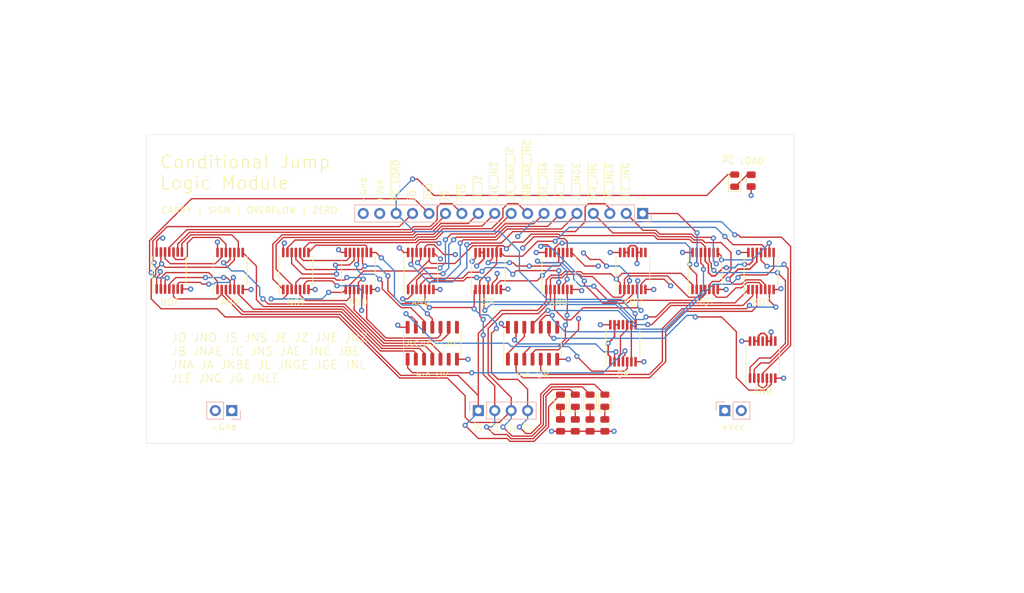
<source format=kicad_pcb>
(kicad_pcb (version 20171130) (host pcbnew "(5.1.10-1-10_14)")
  (layers (0 F.Cu signal) (1 In1.Cu signal) (2 In2.Cu signal) (31 B.Cu signal) (34 B.Paste user) (35 F.Paste user) (36 B.SilkS user) (37 F.SilkS user) (38 B.Mask user) (39 F.Mask user) (44 Edge.Cuts user))
  (net 0 "")
  (net 1 VCC)
  (net 2 GND)
  (net 3 "Net-(U3-Pad6)")
  (net 4 "Net-(U7-Pad13)")
  (net 5 "Net-(U7-Pad12)")
  (net 6 "Net-(U7-Pad11)")
  (net 7 "Net-(U7-Pad3)")
  (net 8 ~LOAD_PROGRAM_COUNTER_COND)
  (net 9 CARRY_FLAG)
  (net 10 SIGN_FLAG)
  (net 11 OVERFLOW_FLAG)
  (net 12 ZERO_FLAG)
  (net 13 "Net-(U11-Pad11)")
  (net 14 "Net-(U1-Pad12)")
  (net 15 "Net-(U1-Pad10)")
  (net 16 "Net-(U1-Pad8)")
  (net 17 "Net-(U1-Pad6)")
  (net 18 "Net-(U1-Pad4)")
  (net 19 "Net-(U1-Pad2)")
  (net 20 "Net-(U10-Pad1)")
  (net 21 "Net-(U3-Pad12)")
  (net 22 "Net-(U3-Pad10)")
  (net 23 "Net-(U3-Pad8)")
  (net 24 "Net-(U3-Pad4)")
  (net 25 "Net-(U10-Pad10)")
  (net 26 "Net-(U10-Pad4)")
  (net 27 "Net-(U11-Pad1)")
  (net 28 ~JNS)
  (net 29 ~JS)
  (net 30 ~JNO)
  (net 31 ~JO)
  (net 32 OR_JNS)
  (net 33 OR_JS)
  (net 34 OR_JNO)
  (net 35 OR_JO)
  (net 36 ~JNB_JAE_JNC)
  (net 37 ~JB_JNAE_JC)
  (net 38 ~JNE_JNZ)
  (net 39 "Net-(U3-Pad2)")
  (net 40 ~JE_JZ)
  (net 41 OR_JNB_JAE_JNC)
  (net 42 OR_JNE_JNZ)
  (net 43 OR_JE_JZ)
  (net 44 OR_JB_JNAE_JC)
  (net 45 ~JG_JNLE)
  (net 46 "Net-(U11-Pad4)")
  (net 47 ~JL_JNGE)
  (net 48 "Net-(U5-Pad10)")
  (net 49 "Net-(U5-Pad8)")
  (net 50 "Net-(U5-Pad6)")
  (net 51 "Net-(U5-Pad4)")
  (net 52 ~JA_JNBE)
  (net 53 ~JBE_JNA)
  (net 54 "Net-(U6-Pad11)")
  (net 55 SF<>OF)
  (net 56 "Net-(U6-Pad6)")
  (net 57 "Net-(U10-Pad2)")
  (net 58 OR_JL_JNGE)
  (net 59 OR_JA_JNBE)
  (net 60 "Net-(U8-Pad11)")
  (net 61 "Net-(U8-Pad8)")
  (net 62 SF=OF)
  (net 63 ~JLE_JNG)
  (net 64 "Net-(U10-Pad9)")
  (net 65 ~JGE_JNL)
  (net 66 "Net-(U10-Pad11)")
  (net 67 OR_JLE_JNG)
  (net 68 OR_JGE_JNL)
  (net 69 OR_JBE_JNA)
  (net 70 "Net-(U11-Pad8)")
  (net 71 OR_JG_JNLE)
  (net 72 "Net-(U11-Pad3)")
  (net 73 OR_JUMP)
  (net 74 ~J)
  (net 75 "Net-(U12-Pad11)")
  (net 76 "Net-(U12-Pad10)")
  (net 77 "Net-(U12-Pad6)")
  (net 78 "Net-(U12-Pad5)")
  (net 79 "Net-(U12-Pad4)")
  (net 80 "Net-(U12-Pad2)")
  (net 81 "Net-(U14-Pad1)")
  (net 82 "Net-(D1-Pad1)")
  (net 83 "Net-(D2-Pad1)")
  (net 84 "Net-(D3-Pad1)")
  (net 85 "Net-(D4-Pad1)")
  (net 86 "Net-(D5-Pad1)")
  (module Resistor_SMD:R_0805_2012Metric (layer F.Cu) (at 152.4 113.792 270)
    (fp_text reference R5 hide)
    (fp_text value R_US)
    (pad 2 smd roundrect (at 0.9125 0 270) (size 1.025 1.4) (layers F.Cu F.Paste F.Mask) (roundrect_rratio 0.2439014634146341) (net 2 GND))
    (pad 1 smd roundrect (at -0.9125 0 270) (size 1.025 1.4) (layers F.Cu F.Paste F.Mask) (roundrect_rratio 0.2439014634146341) (net 86 "Net-(D5-Pad1)"))
  )
  (module Resistor_SMD:R_0805_2012Metric (layer F.Cu) (at 154.686 113.792 270)
    (fp_text reference R4 hide)
    (fp_text value R_US)
    (pad 2 smd roundrect (at 0.9125 0 270) (size 1.025 1.4) (layers F.Cu F.Paste F.Mask) (roundrect_rratio 0.2439014634146341) (net 2 GND))
    (pad 1 smd roundrect (at -0.9125 0 270) (size 1.025 1.4) (layers F.Cu F.Paste F.Mask) (roundrect_rratio 0.2439014634146341) (net 85 "Net-(D4-Pad1)"))
  )
  (module Resistor_SMD:R_0805_2012Metric (layer F.Cu) (at 156.972 113.792 270)
    (fp_text reference R3 hide)
    (fp_text value R_US)
    (pad 2 smd roundrect (at 0.9125 0 270) (size 1.025 1.4) (layers F.Cu F.Paste F.Mask) (roundrect_rratio 0.2439014634146341) (net 2 GND))
    (pad 1 smd roundrect (at -0.9125 0 270) (size 1.025 1.4) (layers F.Cu F.Paste F.Mask) (roundrect_rratio 0.2439014634146341) (net 84 "Net-(D3-Pad1)"))
  )
  (module Resistor_SMD:R_0805_2012Metric (layer F.Cu) (at 159.258 113.792 270)
    (fp_text reference R2 hide)
    (fp_text value R_US)
    (pad 2 smd roundrect (at 0.9125 0 270) (size 1.025 1.4) (layers F.Cu F.Paste F.Mask) (roundrect_rratio 0.2439014634146341) (net 2 GND))
    (pad 1 smd roundrect (at -0.9125 0 270) (size 1.025 1.4) (layers F.Cu F.Paste F.Mask) (roundrect_rratio 0.2439014634146341) (net 83 "Net-(D2-Pad1)"))
  )
  (module LED_SMD:LED_0805_2012Metric (layer F.Cu) (at 152.4 109.982 90)
    (fp_text reference D5 hide)
    (fp_text value LED)
    (pad 2 smd roundrect (at 0.9375 0 90) (size 0.975 1.4) (layers F.Cu F.Paste F.Mask) (net 11 OVERFLOW_FLAG))
    (pad 1 smd roundrect (at -0.9375 0 90) (size 0.975 1.4) (layers F.Cu F.Paste F.Mask) (net 86 "Net-(D5-Pad1)"))
  )
  (module LED_SMD:LED_0805_2012Metric (layer F.Cu) (at 154.686 109.982 90)
    (fp_text reference D4 hide)
    (fp_text value LED)
    (pad 2 smd roundrect (at 0.9375 0 90) (size 0.975 1.4) (layers F.Cu F.Paste F.Mask) (net 12 ZERO_FLAG))
    (pad 1 smd roundrect (at -0.9375 0 90) (size 0.975 1.4) (layers F.Cu F.Paste F.Mask) (net 85 "Net-(D4-Pad1)"))
  )
  (module LED_SMD:LED_0805_2012Metric (layer F.Cu) (at 156.972 109.982 90)
    (fp_text reference D3 hide)
    (fp_text value LED)
    (pad 2 smd roundrect (at 0.9375 0 90) (size 0.975 1.4) (layers F.Cu F.Paste F.Mask) (net 10 SIGN_FLAG))
    (pad 1 smd roundrect (at -0.9375 0 90) (size 0.975 1.4) (layers F.Cu F.Paste F.Mask) (net 84 "Net-(D3-Pad1)"))
  )
  (module LED_SMD:LED_0805_2012Metric (layer F.Cu) (at 159.258 109.982 90)
    (fp_text reference D2 hide)
    (fp_text value LED)
    (pad 2 smd roundrect (at 0.9375 0 90) (size 0.975 1.4) (layers F.Cu F.Paste F.Mask) (net 9 CARRY_FLAG))
    (pad 1 smd roundrect (at -0.9375 0 90) (size 0.975 1.4) (layers F.Cu F.Paste F.Mask) (net 83 "Net-(D2-Pad1)"))
  )
  (module Package_SO:TSSOP-14_4.4x5mm_P0.65mm (layer F.Cu) (at 183.642 103.632 90)
    (fp_text reference U11 hide)
    (fp_text value 74LS08)
    (pad 14 smd roundrect (at 2.8625 -1.95 90) (size 1.475 0.4) (layers F.Cu F.Paste F.Mask) (net 1 VCC))
    (pad 13 smd roundrect (at 2.8625 -1.3 90) (size 1.475 0.4) (layers F.Cu F.Paste F.Mask) (net 2 GND))
    (pad 12 smd roundrect (at 2.8625 -0.65 90) (size 1.475 0.4) (layers F.Cu F.Paste F.Mask) (net 2 GND))
    (pad 11 smd roundrect (at 2.8625 0 90) (size 1.475 0.4) (layers F.Cu F.Paste F.Mask) (net 13 "Net-(U11-Pad11)"))
    (pad 10 smd roundrect (at 2.8625 0.65 90) (size 1.475 0.4) (layers F.Cu F.Paste F.Mask) (net 2 GND))
    (pad 9 smd roundrect (at 2.8625 1.3 90) (size 1.475 0.4) (layers F.Cu F.Paste F.Mask) (net 2 GND))
    (pad 8 smd roundrect (at 2.8625 1.95 90) (size 1.475 0.4) (layers F.Cu F.Paste F.Mask) (net 70 "Net-(U11-Pad8)"))
    (pad 7 smd roundrect (at -2.8625 1.95 90) (size 1.475 0.4) (layers F.Cu F.Paste F.Mask) (net 2 GND))
    (pad 6 smd roundrect (at -2.8625 1.3 90) (size 1.475 0.4) (layers F.Cu F.Paste F.Mask) (net 71 OR_JG_JNLE))
    (pad 5 smd roundrect (at -2.8625 0.65 90) (size 1.475 0.4) (layers F.Cu F.Paste F.Mask) (net 72 "Net-(U11-Pad3)"))
    (pad 4 smd roundrect (at -2.8625 0 90) (size 1.475 0.4) (layers F.Cu F.Paste F.Mask) (net 46 "Net-(U11-Pad4)"))
    (pad 3 smd roundrect (at -2.8625 -0.65 90) (size 1.475 0.4) (layers F.Cu F.Paste F.Mask) (net 72 "Net-(U11-Pad3)"))
    (pad 2 smd roundrect (at -2.8625 -1.3 90) (size 1.475 0.4) (layers F.Cu F.Paste F.Mask) (net 66 "Net-(U10-Pad11)"))
    (pad 1 smd roundrect (at -2.8625 -1.95 90) (size 1.475 0.4) (layers F.Cu F.Paste F.Mask) (net 27 "Net-(U11-Pad1)"))
  )
  (module Connector_PinHeader_2.54mm:PinHeader_1x02_P2.54mm_Vertical (layer B.Cu) (at 177.8 111.506 270)
    (fp_text reference J4 hide)
    (fp_text value Conn_01x02)
    (pad 1 thru_hole rect (at 0 0 270) (size 1.7 1.7) (drill 1) (layers *.Cu *.Mask) (net 1 VCC))
    (pad 2 thru_hole oval (at 0 -2.54 270) (size 1.7 1.7) (drill 1) (layers *.Cu *.Mask) (net 1 VCC))
  )
  (module Resistor_SMD:R_0805_2012Metric (layer F.Cu) (at 181.864 75.946 270)
    (fp_text reference R1 hide)
    (fp_text value R_US)
    (pad 2 smd roundrect (at 0.9125 0 270) (size 1.025 1.4) (layers F.Cu F.Paste F.Mask) (roundrect_rratio 0.2439014634146341) (net 2 GND))
    (pad 1 smd roundrect (at -0.9125 0 270) (size 1.025 1.4) (layers F.Cu F.Paste F.Mask) (roundrect_rratio 0.2439014634146341) (net 82 "Net-(D1-Pad1)"))
  )
  (module LED_SMD:LED_0805_2012Metric (layer F.Cu) (at 179.324 75.946 90)
    (fp_text reference D1 hide)
    (fp_text value LED)
    (pad 2 smd roundrect (at 0.9375 0 90) (size 0.975 1.4) (layers F.Cu F.Paste F.Mask) (net 8 ~LOAD_PROGRAM_COUNTER_COND))
    (pad 1 smd roundrect (at -0.9375 0 90) (size 0.975 1.4) (layers F.Cu F.Paste F.Mask) (net 82 "Net-(D1-Pad1)"))
  )
  (module Connector_PinHeader_2.54mm:PinHeader_1x02_P2.54mm_Vertical (layer B.Cu) (at 101.6 111.506 90)
    (fp_text reference J3 hide)
    (fp_text value Conn_01x02)
    (pad 2 thru_hole oval (at 0 -2.54 90) (size 1.7 1.7) (drill 1) (layers *.Cu *.Mask) (net 2 GND))
    (pad 1 thru_hole rect (at 0 0 90) (size 1.7 1.7) (drill 1) (layers *.Cu *.Mask) (net 2 GND))
  )
  (module Package_SO:SOIC-14_3.9x8.7mm_P1.27mm (layer F.Cu) (at 148.082 101.092 90)
    (fp_text reference U14 hide)
    (fp_text value CD4072)
    (pad 14 smd roundrect (at 2.475 -3.81 90) (size 1.95 0.6) (layers F.Cu F.Paste F.Mask) (net 1 VCC))
    (pad 13 smd roundrect (at 2.475 -2.54 90) (size 1.95 0.6) (layers F.Cu F.Paste F.Mask) (net 80 "Net-(U12-Pad2)"))
    (pad 12 smd roundrect (at 2.475 -1.27 90) (size 1.95 0.6) (layers F.Cu F.Paste F.Mask) (net 81 "Net-(U14-Pad1)"))
    (pad 11 smd roundrect (at 2.475 0 90) (size 1.95 0.6) (layers F.Cu F.Paste F.Mask) (net 73 OR_JUMP))
    (pad 10 smd roundrect (at 2.475 1.27 90) (size 1.95 0.6) (layers F.Cu F.Paste F.Mask) (net 67 OR_JLE_JNG))
    (pad 9 smd roundrect (at 2.475 2.54 90) (size 1.95 0.6) (layers F.Cu F.Paste F.Mask) (net 71 OR_JG_JNLE))
    (pad 8 smd roundrect (at 2.475 3.81 90) (size 1.95 0.6) (layers F.Cu F.Paste F.Mask))
    (pad 7 smd roundrect (at -2.475 3.81 90) (size 1.95 0.6) (layers F.Cu F.Paste F.Mask) (net 2 GND))
    (pad 6 smd roundrect (at -2.475 2.54 90) (size 1.95 0.6) (layers F.Cu F.Paste F.Mask))
    (pad 5 smd roundrect (at -2.475 1.27 90) (size 1.95 0.6) (layers F.Cu F.Paste F.Mask) (net 68 OR_JGE_JNL))
    (pad 4 smd roundrect (at -2.475 0 90) (size 1.95 0.6) (layers F.Cu F.Paste F.Mask) (net 58 OR_JL_JNGE))
    (pad 3 smd roundrect (at -2.475 -1.27 90) (size 1.95 0.6) (layers F.Cu F.Paste F.Mask) (net 59 OR_JA_JNBE))
    (pad 2 smd roundrect (at -2.475 -2.54 90) (size 1.95 0.6) (layers F.Cu F.Paste F.Mask) (net 69 OR_JBE_JNA))
    (pad 1 smd roundrect (at -2.475 -3.81 90) (size 1.95 0.6) (layers F.Cu F.Paste F.Mask) (net 81 "Net-(U14-Pad1)"))
  )
  (module Package_SO:SOIC-14_3.9x8.7mm_P1.27mm (layer F.Cu) (at 132.588 101.092 90)
    (fp_text reference U13 hide)
    (fp_text value CD4072)
    (pad 14 smd roundrect (at 2.475 -3.81 90) (size 1.95 0.6) (layers F.Cu F.Paste F.Mask) (net 1 VCC))
    (pad 13 smd roundrect (at 2.475 -2.54 90) (size 1.95 0.6) (layers F.Cu F.Paste F.Mask) (net 78 "Net-(U12-Pad5)"))
    (pad 12 smd roundrect (at 2.475 -1.27 90) (size 1.95 0.6) (layers F.Cu F.Paste F.Mask) (net 41 OR_JNB_JAE_JNC))
    (pad 11 smd roundrect (at 2.475 0 90) (size 1.95 0.6) (layers F.Cu F.Paste F.Mask) (net 44 OR_JB_JNAE_JC))
    (pad 10 smd roundrect (at 2.475 1.27 90) (size 1.95 0.6) (layers F.Cu F.Paste F.Mask) (net 42 OR_JNE_JNZ))
    (pad 9 smd roundrect (at 2.475 2.54 90) (size 1.95 0.6) (layers F.Cu F.Paste F.Mask) (net 43 OR_JE_JZ))
    (pad 8 smd roundrect (at 2.475 3.81 90) (size 1.95 0.6) (layers F.Cu F.Paste F.Mask))
    (pad 7 smd roundrect (at -2.475 3.81 90) (size 1.95 0.6) (layers F.Cu F.Paste F.Mask) (net 2 GND))
    (pad 6 smd roundrect (at -2.475 2.54 90) (size 1.95 0.6) (layers F.Cu F.Paste F.Mask))
    (pad 5 smd roundrect (at -2.475 1.27 90) (size 1.95 0.6) (layers F.Cu F.Paste F.Mask) (net 32 OR_JNS))
    (pad 4 smd roundrect (at -2.475 0 90) (size 1.95 0.6) (layers F.Cu F.Paste F.Mask) (net 33 OR_JS))
    (pad 3 smd roundrect (at -2.475 -1.27 90) (size 1.95 0.6) (layers F.Cu F.Paste F.Mask) (net 34 OR_JNO))
    (pad 2 smd roundrect (at -2.475 -2.54 90) (size 1.95 0.6) (layers F.Cu F.Paste F.Mask) (net 35 OR_JO))
    (pad 1 smd roundrect (at -2.475 -3.81 90) (size 1.95 0.6) (layers F.Cu F.Paste F.Mask) (net 79 "Net-(U12-Pad4)"))
  )
  (module Package_SO:TSSOP-14_4.4x5mm_P0.65mm (layer F.Cu) (at 162.052 101.092 90)
    (fp_text reference U12 hide)
    (fp_text value 74LS32)
    (pad 14 smd roundrect (at 2.8625 -1.95 90) (size 1.475 0.4) (layers F.Cu F.Paste F.Mask) (net 1 VCC))
    (pad 13 smd roundrect (at 2.8625 -1.3 90) (size 1.475 0.4) (layers F.Cu F.Paste F.Mask) (net 2 GND))
    (pad 12 smd roundrect (at 2.8625 -0.65 90) (size 1.475 0.4) (layers F.Cu F.Paste F.Mask) (net 2 GND))
    (pad 11 smd roundrect (at 2.8625 0 90) (size 1.475 0.4) (layers F.Cu F.Paste F.Mask) (net 75 "Net-(U12-Pad11)"))
    (pad 10 smd roundrect (at 2.8625 0.65 90) (size 1.475 0.4) (layers F.Cu F.Paste F.Mask) (net 76 "Net-(U12-Pad10)"))
    (pad 9 smd roundrect (at 2.8625 1.3 90) (size 1.475 0.4) (layers F.Cu F.Paste F.Mask) (net 77 "Net-(U12-Pad6)"))
    (pad 8 smd roundrect (at 2.8625 1.95 90) (size 1.475 0.4) (layers F.Cu F.Paste F.Mask) (net 8 ~LOAD_PROGRAM_COUNTER_COND))
    (pad 7 smd roundrect (at -2.8625 1.95 90) (size 1.475 0.4) (layers F.Cu F.Paste F.Mask) (net 2 GND))
    (pad 6 smd roundrect (at -2.8625 1.3 90) (size 1.475 0.4) (layers F.Cu F.Paste F.Mask) (net 77 "Net-(U12-Pad6)"))
    (pad 5 smd roundrect (at -2.8625 0.65 90) (size 1.475 0.4) (layers F.Cu F.Paste F.Mask) (net 78 "Net-(U12-Pad5)"))
    (pad 4 smd roundrect (at -2.8625 0 90) (size 1.475 0.4) (layers F.Cu F.Paste F.Mask) (net 79 "Net-(U12-Pad4)"))
    (pad 3 smd roundrect (at -2.8625 -0.65 90) (size 1.475 0.4) (layers F.Cu F.Paste F.Mask) (net 76 "Net-(U12-Pad10)"))
    (pad 2 smd roundrect (at -2.8625 -1.3 90) (size 1.475 0.4) (layers F.Cu F.Paste F.Mask) (net 80 "Net-(U12-Pad2)"))
    (pad 1 smd roundrect (at -2.8625 -1.95 90) (size 1.475 0.4) (layers F.Cu F.Paste F.Mask) (net 2 GND))
  )
  (module Package_SO:TSSOP-14_4.4x5mm_P0.65mm (layer F.Cu) (at 183.388 89.916 90)
    (fp_text reference U10 hide)
    (fp_text value 74LS08)
    (pad 14 smd roundrect (at 2.8625 -1.95 90) (size 1.475 0.4) (layers F.Cu F.Paste F.Mask) (net 1 VCC))
    (pad 13 smd roundrect (at 2.8625 -1.3 90) (size 1.475 0.4) (layers F.Cu F.Paste F.Mask) (net 12 ZERO_FLAG))
    (pad 12 smd roundrect (at 2.8625 -0.65 90) (size 1.475 0.4) (layers F.Cu F.Paste F.Mask) (net 62 SF=OF))
    (pad 11 smd roundrect (at 2.8625 0 90) (size 1.475 0.4) (layers F.Cu F.Paste F.Mask) (net 66 "Net-(U10-Pad11)"))
    (pad 10 smd roundrect (at 2.8625 0.65 90) (size 1.475 0.4) (layers F.Cu F.Paste F.Mask) (net 25 "Net-(U10-Pad10)"))
    (pad 9 smd roundrect (at 2.8625 1.3 90) (size 1.475 0.4) (layers F.Cu F.Paste F.Mask) (net 64 "Net-(U10-Pad9)"))
    (pad 8 smd roundrect (at 2.8625 1.95 90) (size 1.475 0.4) (layers F.Cu F.Paste F.Mask) (net 67 OR_JLE_JNG))
    (pad 7 smd roundrect (at -2.8625 1.95 90) (size 1.475 0.4) (layers F.Cu F.Paste F.Mask) (net 2 GND))
    (pad 6 smd roundrect (at -2.8625 1.3 90) (size 1.475 0.4) (layers F.Cu F.Paste F.Mask) (net 68 OR_JGE_JNL))
    (pad 5 smd roundrect (at -2.8625 0.65 90) (size 1.475 0.4) (layers F.Cu F.Paste F.Mask) (net 62 SF=OF))
    (pad 4 smd roundrect (at -2.8625 0 90) (size 1.475 0.4) (layers F.Cu F.Paste F.Mask) (net 26 "Net-(U10-Pad4)"))
    (pad 3 smd roundrect (at -2.8625 -0.65 90) (size 1.475 0.4) (layers F.Cu F.Paste F.Mask) (net 69 OR_JBE_JNA))
    (pad 2 smd roundrect (at -2.8625 -1.3 90) (size 1.475 0.4) (layers F.Cu F.Paste F.Mask) (net 57 "Net-(U10-Pad2)"))
    (pad 1 smd roundrect (at -2.8625 -1.95 90) (size 1.475 0.4) (layers F.Cu F.Paste F.Mask) (net 20 "Net-(U10-Pad1)"))
  )
  (module Package_SO:TSSOP-14_4.4x5mm_P0.65mm (layer F.Cu) (at 174.752 89.916 90)
    (fp_text reference U9 hide)
    (fp_text value 74LS04)
    (pad 14 smd roundrect (at 2.8625 -1.95 90) (size 1.475 0.4) (layers F.Cu F.Paste F.Mask) (net 1 VCC))
    (pad 13 smd roundrect (at 2.8625 -1.3 90) (size 1.475 0.4) (layers F.Cu F.Paste F.Mask) (net 74 ~J))
    (pad 12 smd roundrect (at 2.8625 -0.65 90) (size 1.475 0.4) (layers F.Cu F.Paste F.Mask) (net 73 OR_JUMP))
    (pad 11 smd roundrect (at 2.8625 0 90) (size 1.475 0.4) (layers F.Cu F.Paste F.Mask) (net 12 ZERO_FLAG))
    (pad 10 smd roundrect (at 2.8625 0.65 90) (size 1.475 0.4) (layers F.Cu F.Paste F.Mask) (net 27 "Net-(U11-Pad1)"))
    (pad 9 smd roundrect (at 2.8625 1.3 90) (size 1.475 0.4) (layers F.Cu F.Paste F.Mask) (net 63 ~JLE_JNG))
    (pad 8 smd roundrect (at 2.8625 1.95 90) (size 1.475 0.4) (layers F.Cu F.Paste F.Mask) (net 64 "Net-(U10-Pad9)"))
    (pad 7 smd roundrect (at -2.8625 1.95 90) (size 1.475 0.4) (layers F.Cu F.Paste F.Mask) (net 2 GND))
    (pad 6 smd roundrect (at -2.8625 1.3 90) (size 1.475 0.4) (layers F.Cu F.Paste F.Mask) (net 26 "Net-(U10-Pad4)"))
    (pad 5 smd roundrect (at -2.8625 0.65 90) (size 1.475 0.4) (layers F.Cu F.Paste F.Mask) (net 65 ~JGE_JNL))
    (pad 4 smd roundrect (at -2.8625 0 90) (size 1.475 0.4) (layers F.Cu F.Paste F.Mask) (net 4 "Net-(U7-Pad13)"))
    (pad 3 smd roundrect (at -2.8625 -0.65 90) (size 1.475 0.4) (layers F.Cu F.Paste F.Mask) (net 10 SIGN_FLAG))
    (pad 2 smd roundrect (at -2.8625 -1.3 90) (size 1.475 0.4) (layers F.Cu F.Paste F.Mask) (net 5 "Net-(U7-Pad12)"))
    (pad 1 smd roundrect (at -2.8625 -1.95 90) (size 1.475 0.4) (layers F.Cu F.Paste F.Mask) (net 11 OVERFLOW_FLAG))
  )
  (module Package_SO:TSSOP-14_4.4x5mm_P0.65mm (layer F.Cu) (at 163.576 89.916 90)
    (fp_text reference U8 hide)
    (fp_text value 74LS86)
    (pad 14 smd roundrect (at 2.8625 -1.95 90) (size 1.475 0.4) (layers F.Cu F.Paste F.Mask) (net 1 VCC))
    (pad 13 smd roundrect (at 2.8625 -1.3 90) (size 1.475 0.4) (layers F.Cu F.Paste F.Mask) (net 2 GND))
    (pad 12 smd roundrect (at 2.8625 -0.65 90) (size 1.475 0.4) (layers F.Cu F.Paste F.Mask) (net 2 GND))
    (pad 11 smd roundrect (at 2.8625 0 90) (size 1.475 0.4) (layers F.Cu F.Paste F.Mask) (net 60 "Net-(U8-Pad11)"))
    (pad 10 smd roundrect (at 2.8625 0.65 90) (size 1.475 0.4) (layers F.Cu F.Paste F.Mask) (net 2 GND))
    (pad 9 smd roundrect (at 2.8625 1.3 90) (size 1.475 0.4) (layers F.Cu F.Paste F.Mask) (net 2 GND))
    (pad 8 smd roundrect (at 2.8625 1.95 90) (size 1.475 0.4) (layers F.Cu F.Paste F.Mask) (net 61 "Net-(U8-Pad8)"))
    (pad 7 smd roundrect (at -2.8625 1.95 90) (size 1.475 0.4) (layers F.Cu F.Paste F.Mask) (net 2 GND))
    (pad 6 smd roundrect (at -2.8625 1.3 90) (size 1.475 0.4) (layers F.Cu F.Paste F.Mask) (net 62 SF=OF))
    (pad 5 smd roundrect (at -2.8625 0.65 90) (size 1.475 0.4) (layers F.Cu F.Paste F.Mask) (net 7 "Net-(U7-Pad3)"))
    (pad 4 smd roundrect (at -2.8625 0 90) (size 1.475 0.4) (layers F.Cu F.Paste F.Mask) (net 6 "Net-(U7-Pad11)"))
    (pad 3 smd roundrect (at -2.8625 -0.65 90) (size 1.475 0.4) (layers F.Cu F.Paste F.Mask) (net 55 SF<>OF))
    (pad 2 smd roundrect (at -2.8625 -1.3 90) (size 1.475 0.4) (layers F.Cu F.Paste F.Mask) (net 10 SIGN_FLAG))
    (pad 1 smd roundrect (at -2.8625 -1.95 90) (size 1.475 0.4) (layers F.Cu F.Paste F.Mask) (net 11 OVERFLOW_FLAG))
  )
  (module Package_SO:TSSOP-14_4.4x5mm_P0.65mm (layer F.Cu) (at 152.146 89.916 90)
    (fp_text reference U7 hide)
    (fp_text value 74LS08)
    (pad 14 smd roundrect (at 2.8625 -1.95 90) (size 1.475 0.4) (layers F.Cu F.Paste F.Mask) (net 1 VCC))
    (pad 13 smd roundrect (at 2.8625 -1.3 90) (size 1.475 0.4) (layers F.Cu F.Paste F.Mask) (net 4 "Net-(U7-Pad13)"))
    (pad 12 smd roundrect (at 2.8625 -0.65 90) (size 1.475 0.4) (layers F.Cu F.Paste F.Mask) (net 5 "Net-(U7-Pad12)"))
    (pad 11 smd roundrect (at 2.8625 0 90) (size 1.475 0.4) (layers F.Cu F.Paste F.Mask) (net 6 "Net-(U7-Pad11)"))
    (pad 10 smd roundrect (at 2.8625 0.65 90) (size 1.475 0.4) (layers F.Cu F.Paste F.Mask) (net 55 SF<>OF))
    (pad 9 smd roundrect (at 2.8625 1.3 90) (size 1.475 0.4) (layers F.Cu F.Paste F.Mask) (net 48 "Net-(U5-Pad10)"))
    (pad 8 smd roundrect (at 2.8625 1.95 90) (size 1.475 0.4) (layers F.Cu F.Paste F.Mask) (net 58 OR_JL_JNGE))
    (pad 7 smd roundrect (at -2.8625 1.95 90) (size 1.475 0.4) (layers F.Cu F.Paste F.Mask) (net 2 GND))
    (pad 6 smd roundrect (at -2.8625 1.3 90) (size 1.475 0.4) (layers F.Cu F.Paste F.Mask) (net 59 OR_JA_JNBE))
    (pad 5 smd roundrect (at -2.8625 0.65 90) (size 1.475 0.4) (layers F.Cu F.Paste F.Mask) (net 56 "Net-(U6-Pad6)"))
    (pad 4 smd roundrect (at -2.8625 0 90) (size 1.475 0.4) (layers F.Cu F.Paste F.Mask) (net 51 "Net-(U5-Pad4)"))
    (pad 3 smd roundrect (at -2.8625 -0.65 90) (size 1.475 0.4) (layers F.Cu F.Paste F.Mask) (net 7 "Net-(U7-Pad3)"))
    (pad 2 smd roundrect (at -2.8625 -1.3 90) (size 1.475 0.4) (layers F.Cu F.Paste F.Mask) (net 10 SIGN_FLAG))
    (pad 1 smd roundrect (at -2.8625 -1.95 90) (size 1.475 0.4) (layers F.Cu F.Paste F.Mask) (net 11 OVERFLOW_FLAG))
  )
  (module Package_SO:TSSOP-14_4.4x5mm_P0.65mm (layer F.Cu) (at 141.224 89.916 90)
    (fp_text reference U6 hide)
    (fp_text value 74LS32)
    (pad 14 smd roundrect (at 2.8625 -1.95 90) (size 1.475 0.4) (layers F.Cu F.Paste F.Mask) (net 1 VCC))
    (pad 13 smd roundrect (at 2.8625 -1.3 90) (size 1.475 0.4) (layers F.Cu F.Paste F.Mask) (net 2 GND))
    (pad 12 smd roundrect (at 2.8625 -0.65 90) (size 1.475 0.4) (layers F.Cu F.Paste F.Mask) (net 2 GND))
    (pad 11 smd roundrect (at 2.8625 0 90) (size 1.475 0.4) (layers F.Cu F.Paste F.Mask) (net 54 "Net-(U6-Pad11)"))
    (pad 10 smd roundrect (at 2.8625 0.65 90) (size 1.475 0.4) (layers F.Cu F.Paste F.Mask) (net 55 SF<>OF))
    (pad 9 smd roundrect (at 2.8625 1.3 90) (size 1.475 0.4) (layers F.Cu F.Paste F.Mask) (net 12 ZERO_FLAG))
    (pad 8 smd roundrect (at 2.8625 1.95 90) (size 1.475 0.4) (layers F.Cu F.Paste F.Mask) (net 25 "Net-(U10-Pad10)"))
    (pad 7 smd roundrect (at -2.8625 1.95 90) (size 1.475 0.4) (layers F.Cu F.Paste F.Mask) (net 2 GND))
    (pad 6 smd roundrect (at -2.8625 1.3 90) (size 1.475 0.4) (layers F.Cu F.Paste F.Mask) (net 56 "Net-(U6-Pad6)"))
    (pad 5 smd roundrect (at -2.8625 0.65 90) (size 1.475 0.4) (layers F.Cu F.Paste F.Mask) (net 49 "Net-(U5-Pad8)"))
    (pad 4 smd roundrect (at -2.8625 0 90) (size 1.475 0.4) (layers F.Cu F.Paste F.Mask) (net 50 "Net-(U5-Pad6)"))
    (pad 3 smd roundrect (at -2.8625 -0.65 90) (size 1.475 0.4) (layers F.Cu F.Paste F.Mask) (net 57 "Net-(U10-Pad2)"))
    (pad 2 smd roundrect (at -2.8625 -1.3 90) (size 1.475 0.4) (layers F.Cu F.Paste F.Mask) (net 12 ZERO_FLAG))
    (pad 1 smd roundrect (at -2.8625 -1.95 90) (size 1.475 0.4) (layers F.Cu F.Paste F.Mask) (net 9 CARRY_FLAG))
  )
  (module Package_SO:TSSOP-14_4.4x5mm_P0.65mm (layer F.Cu) (at 130.81 89.916 90)
    (fp_text reference U5 hide)
    (fp_text value 74LS04)
    (pad 14 smd roundrect (at 2.8625 -1.95 90) (size 1.475 0.4) (layers F.Cu F.Paste F.Mask) (net 1 VCC))
    (pad 13 smd roundrect (at 2.8625 -1.3 90) (size 1.475 0.4) (layers F.Cu F.Paste F.Mask) (net 45 ~JG_JNLE))
    (pad 12 smd roundrect (at 2.8625 -0.65 90) (size 1.475 0.4) (layers F.Cu F.Paste F.Mask) (net 46 "Net-(U11-Pad4)"))
    (pad 11 smd roundrect (at 2.8625 0 90) (size 1.475 0.4) (layers F.Cu F.Paste F.Mask) (net 47 ~JL_JNGE))
    (pad 10 smd roundrect (at 2.8625 0.65 90) (size 1.475 0.4) (layers F.Cu F.Paste F.Mask) (net 48 "Net-(U5-Pad10)"))
    (pad 9 smd roundrect (at 2.8625 1.3 90) (size 1.475 0.4) (layers F.Cu F.Paste F.Mask) (net 12 ZERO_FLAG))
    (pad 8 smd roundrect (at 2.8625 1.95 90) (size 1.475 0.4) (layers F.Cu F.Paste F.Mask) (net 49 "Net-(U5-Pad8)"))
    (pad 7 smd roundrect (at -2.8625 1.95 90) (size 1.475 0.4) (layers F.Cu F.Paste F.Mask) (net 2 GND))
    (pad 6 smd roundrect (at -2.8625 1.3 90) (size 1.475 0.4) (layers F.Cu F.Paste F.Mask) (net 50 "Net-(U5-Pad6)"))
    (pad 5 smd roundrect (at -2.8625 0.65 90) (size 1.475 0.4) (layers F.Cu F.Paste F.Mask) (net 9 CARRY_FLAG))
    (pad 4 smd roundrect (at -2.8625 0 90) (size 1.475 0.4) (layers F.Cu F.Paste F.Mask) (net 51 "Net-(U5-Pad4)"))
    (pad 3 smd roundrect (at -2.8625 -0.65 90) (size 1.475 0.4) (layers F.Cu F.Paste F.Mask) (net 52 ~JA_JNBE))
    (pad 2 smd roundrect (at -2.8625 -1.3 90) (size 1.475 0.4) (layers F.Cu F.Paste F.Mask) (net 20 "Net-(U10-Pad1)"))
    (pad 1 smd roundrect (at -2.8625 -1.95 90) (size 1.475 0.4) (layers F.Cu F.Paste F.Mask) (net 53 ~JBE_JNA))
  )
  (module Package_SO:TSSOP-14_4.4x5mm_P0.65mm (layer F.Cu) (at 121.158 89.916 90)
    (fp_text reference U4 hide)
    (fp_text value 74LS08)
    (pad 14 smd roundrect (at 2.8625 -1.95 90) (size 1.475 0.4) (layers F.Cu F.Paste F.Mask) (net 1 VCC))
    (pad 13 smd roundrect (at 2.8625 -1.3 90) (size 1.475 0.4) (layers F.Cu F.Paste F.Mask) (net 22 "Net-(U3-Pad10)"))
    (pad 12 smd roundrect (at 2.8625 -0.65 90) (size 1.475 0.4) (layers F.Cu F.Paste F.Mask) (net 21 "Net-(U3-Pad12)"))
    (pad 11 smd roundrect (at 2.8625 0 90) (size 1.475 0.4) (layers F.Cu F.Paste F.Mask) (net 41 OR_JNB_JAE_JNC))
    (pad 10 smd roundrect (at 2.8625 0.65 90) (size 1.475 0.4) (layers F.Cu F.Paste F.Mask) (net 9 CARRY_FLAG))
    (pad 9 smd roundrect (at 2.8625 1.3 90) (size 1.475 0.4) (layers F.Cu F.Paste F.Mask) (net 23 "Net-(U3-Pad8)"))
    (pad 8 smd roundrect (at 2.8625 1.95 90) (size 1.475 0.4) (layers F.Cu F.Paste F.Mask) (net 44 OR_JB_JNAE_JC))
    (pad 7 smd roundrect (at -2.8625 1.95 90) (size 1.475 0.4) (layers F.Cu F.Paste F.Mask) (net 2 GND))
    (pad 6 smd roundrect (at -2.8625 1.3 90) (size 1.475 0.4) (layers F.Cu F.Paste F.Mask) (net 42 OR_JNE_JNZ))
    (pad 5 smd roundrect (at -2.8625 0.65 90) (size 1.475 0.4) (layers F.Cu F.Paste F.Mask) (net 3 "Net-(U3-Pad6)"))
    (pad 4 smd roundrect (at -2.8625 0 90) (size 1.475 0.4) (layers F.Cu F.Paste F.Mask) (net 24 "Net-(U3-Pad4)"))
    (pad 3 smd roundrect (at -2.8625 -0.65 90) (size 1.475 0.4) (layers F.Cu F.Paste F.Mask) (net 43 OR_JE_JZ))
    (pad 2 smd roundrect (at -2.8625 -1.3 90) (size 1.475 0.4) (layers F.Cu F.Paste F.Mask) (net 12 ZERO_FLAG))
    (pad 1 smd roundrect (at -2.8625 -1.95 90) (size 1.475 0.4) (layers F.Cu F.Paste F.Mask) (net 39 "Net-(U3-Pad2)"))
  )
  (module Package_SO:TSSOP-14_4.4x5mm_P0.65mm (layer F.Cu) (at 111.506 89.916 90)
    (fp_text reference U3 hide)
    (fp_text value 74LS04)
    (pad 14 smd roundrect (at 2.8625 -1.95 90) (size 1.475 0.4) (layers F.Cu F.Paste F.Mask) (net 1 VCC))
    (pad 13 smd roundrect (at 2.8625 -1.3 90) (size 1.475 0.4) (layers F.Cu F.Paste F.Mask) (net 36 ~JNB_JAE_JNC))
    (pad 12 smd roundrect (at 2.8625 -0.65 90) (size 1.475 0.4) (layers F.Cu F.Paste F.Mask) (net 21 "Net-(U3-Pad12)"))
    (pad 11 smd roundrect (at 2.8625 0 90) (size 1.475 0.4) (layers F.Cu F.Paste F.Mask) (net 9 CARRY_FLAG))
    (pad 10 smd roundrect (at 2.8625 0.65 90) (size 1.475 0.4) (layers F.Cu F.Paste F.Mask) (net 22 "Net-(U3-Pad10)"))
    (pad 9 smd roundrect (at 2.8625 1.3 90) (size 1.475 0.4) (layers F.Cu F.Paste F.Mask) (net 37 ~JB_JNAE_JC))
    (pad 8 smd roundrect (at 2.8625 1.95 90) (size 1.475 0.4) (layers F.Cu F.Paste F.Mask) (net 23 "Net-(U3-Pad8)"))
    (pad 7 smd roundrect (at -2.8625 1.95 90) (size 1.475 0.4) (layers F.Cu F.Paste F.Mask) (net 2 GND))
    (pad 6 smd roundrect (at -2.8625 1.3 90) (size 1.475 0.4) (layers F.Cu F.Paste F.Mask) (net 3 "Net-(U3-Pad6)"))
    (pad 5 smd roundrect (at -2.8625 0.65 90) (size 1.475 0.4) (layers F.Cu F.Paste F.Mask) (net 12 ZERO_FLAG))
    (pad 4 smd roundrect (at -2.8625 0 90) (size 1.475 0.4) (layers F.Cu F.Paste F.Mask) (net 24 "Net-(U3-Pad4)"))
    (pad 3 smd roundrect (at -2.8625 -0.65 90) (size 1.475 0.4) (layers F.Cu F.Paste F.Mask) (net 38 ~JNE_JNZ))
    (pad 2 smd roundrect (at -2.8625 -1.3 90) (size 1.475 0.4) (layers F.Cu F.Paste F.Mask) (net 39 "Net-(U3-Pad2)"))
    (pad 1 smd roundrect (at -2.8625 -1.95 90) (size 1.475 0.4) (layers F.Cu F.Paste F.Mask) (net 40 ~JE_JZ))
  )
  (module Package_SO:TSSOP-14_4.4x5mm_P0.65mm (layer F.Cu) (at 101.346 89.916 90)
    (fp_text reference U2 hide)
    (fp_text value 74LS08)
    (pad 14 smd roundrect (at 2.8625 -1.95 90) (size 1.475 0.4) (layers F.Cu F.Paste F.Mask) (net 1 VCC))
    (pad 13 smd roundrect (at 2.8625 -1.3 90) (size 1.475 0.4) (layers F.Cu F.Paste F.Mask) (net 14 "Net-(U1-Pad12)"))
    (pad 12 smd roundrect (at 2.8625 -0.65 90) (size 1.475 0.4) (layers F.Cu F.Paste F.Mask) (net 15 "Net-(U1-Pad10)"))
    (pad 11 smd roundrect (at 2.8625 0 90) (size 1.475 0.4) (layers F.Cu F.Paste F.Mask) (net 32 OR_JNS))
    (pad 10 smd roundrect (at 2.8625 0.65 90) (size 1.475 0.4) (layers F.Cu F.Paste F.Mask) (net 10 SIGN_FLAG))
    (pad 9 smd roundrect (at 2.8625 1.3 90) (size 1.475 0.4) (layers F.Cu F.Paste F.Mask) (net 16 "Net-(U1-Pad8)"))
    (pad 8 smd roundrect (at 2.8625 1.95 90) (size 1.475 0.4) (layers F.Cu F.Paste F.Mask) (net 33 OR_JS))
    (pad 7 smd roundrect (at -2.8625 1.95 90) (size 1.475 0.4) (layers F.Cu F.Paste F.Mask) (net 2 GND))
    (pad 6 smd roundrect (at -2.8625 1.3 90) (size 1.475 0.4) (layers F.Cu F.Paste F.Mask) (net 34 OR_JNO))
    (pad 5 smd roundrect (at -2.8625 0.65 90) (size 1.475 0.4) (layers F.Cu F.Paste F.Mask) (net 17 "Net-(U1-Pad6)"))
    (pad 4 smd roundrect (at -2.8625 0 90) (size 1.475 0.4) (layers F.Cu F.Paste F.Mask) (net 18 "Net-(U1-Pad4)"))
    (pad 3 smd roundrect (at -2.8625 -0.65 90) (size 1.475 0.4) (layers F.Cu F.Paste F.Mask) (net 35 OR_JO))
    (pad 2 smd roundrect (at -2.8625 -1.3 90) (size 1.475 0.4) (layers F.Cu F.Paste F.Mask) (net 11 OVERFLOW_FLAG))
    (pad 1 smd roundrect (at -2.8625 -1.95 90) (size 1.475 0.4) (layers F.Cu F.Paste F.Mask) (net 19 "Net-(U1-Pad2)"))
  )
  (module Package_SO:TSSOP-14_4.4x5mm_P0.65mm (layer F.Cu) (at 91.948 89.85 90)
    (fp_text reference U1 hide)
    (fp_text value 74LS04)
    (pad 14 smd roundrect (at 2.8625 -1.95 90) (size 1.475 0.4) (layers F.Cu F.Paste F.Mask) (net 1 VCC))
    (pad 13 smd roundrect (at 2.8625 -1.3 90) (size 1.475 0.4) (layers F.Cu F.Paste F.Mask) (net 10 SIGN_FLAG))
    (pad 12 smd roundrect (at 2.8625 -0.65 90) (size 1.475 0.4) (layers F.Cu F.Paste F.Mask) (net 14 "Net-(U1-Pad12)"))
    (pad 11 smd roundrect (at 2.8625 0 90) (size 1.475 0.4) (layers F.Cu F.Paste F.Mask) (net 28 ~JNS))
    (pad 10 smd roundrect (at 2.8625 0.65 90) (size 1.475 0.4) (layers F.Cu F.Paste F.Mask) (net 15 "Net-(U1-Pad10)"))
    (pad 9 smd roundrect (at 2.8625 1.3 90) (size 1.475 0.4) (layers F.Cu F.Paste F.Mask) (net 29 ~JS))
    (pad 8 smd roundrect (at 2.8625 1.95 90) (size 1.475 0.4) (layers F.Cu F.Paste F.Mask) (net 16 "Net-(U1-Pad8)"))
    (pad 7 smd roundrect (at -2.8625 1.95 90) (size 1.475 0.4) (layers F.Cu F.Paste F.Mask) (net 2 GND))
    (pad 6 smd roundrect (at -2.8625 1.3 90) (size 1.475 0.4) (layers F.Cu F.Paste F.Mask) (net 17 "Net-(U1-Pad6)"))
    (pad 5 smd roundrect (at -2.8625 0.65 90) (size 1.475 0.4) (layers F.Cu F.Paste F.Mask) (net 11 OVERFLOW_FLAG))
    (pad 4 smd roundrect (at -2.8625 0 90) (size 1.475 0.4) (layers F.Cu F.Paste F.Mask) (net 18 "Net-(U1-Pad4)"))
    (pad 3 smd roundrect (at -2.8625 -0.65 90) (size 1.475 0.4) (layers F.Cu F.Paste F.Mask) (net 30 ~JNO))
    (pad 2 smd roundrect (at -2.8625 -1.3 90) (size 1.475 0.4) (layers F.Cu F.Paste F.Mask) (net 19 "Net-(U1-Pad2)"))
    (pad 1 smd roundrect (at -2.8625 -1.95 90) (size 1.475 0.4) (layers F.Cu F.Paste F.Mask) (net 31 ~JO))
  )
  (module Connector_PinHeader_2.54mm:PinHeader_1x18_P2.54mm_Vertical (layer B.Cu) (at 165.1 81.026 90)
    (fp_text reference J2 hide)
    (fp_text value Conn_01x18)
    (pad 18 thru_hole oval (at 0 -43.18 90) (size 1.7 1.7) (drill 1) (layers *.Cu *.Mask) (net 2 GND))
    (pad 17 thru_hole oval (at 0 -40.64 90) (size 1.7 1.7) (drill 1) (layers *.Cu *.Mask) (net 1 VCC))
    (pad 16 thru_hole oval (at 0 -38.1 90) (size 1.7 1.7) (drill 1) (layers *.Cu *.Mask) (net 8 ~LOAD_PROGRAM_COUNTER_COND))
    (pad 15 thru_hole oval (at 0 -35.56 90) (size 1.7 1.7) (drill 1) (layers *.Cu *.Mask) (net 31 ~JO))
    (pad 14 thru_hole oval (at 0 -33.02 90) (size 1.7 1.7) (drill 1) (layers *.Cu *.Mask) (net 30 ~JNO))
    (pad 13 thru_hole oval (at 0 -30.48 90) (size 1.7 1.7) (drill 1) (layers *.Cu *.Mask) (net 29 ~JS))
    (pad 12 thru_hole oval (at 0 -27.94 90) (size 1.7 1.7) (drill 1) (layers *.Cu *.Mask) (net 28 ~JNS))
    (pad 11 thru_hole oval (at 0 -25.4 90) (size 1.7 1.7) (drill 1) (layers *.Cu *.Mask) (net 40 ~JE_JZ))
    (pad 10 thru_hole oval (at 0 -22.86 90) (size 1.7 1.7) (drill 1) (layers *.Cu *.Mask) (net 38 ~JNE_JNZ))
    (pad 9 thru_hole oval (at 0 -20.32 90) (size 1.7 1.7) (drill 1) (layers *.Cu *.Mask) (net 37 ~JB_JNAE_JC))
    (pad 8 thru_hole oval (at 0 -17.78 90) (size 1.7 1.7) (drill 1) (layers *.Cu *.Mask) (net 36 ~JNB_JAE_JNC))
    (pad 7 thru_hole oval (at 0 -15.24 90) (size 1.7 1.7) (drill 1) (layers *.Cu *.Mask) (net 53 ~JBE_JNA))
    (pad 6 thru_hole oval (at 0 -12.7 90) (size 1.7 1.7) (drill 1) (layers *.Cu *.Mask) (net 52 ~JA_JNBE))
    (pad 5 thru_hole oval (at 0 -10.16 90) (size 1.7 1.7) (drill 1) (layers *.Cu *.Mask) (net 47 ~JL_JNGE))
    (pad 4 thru_hole oval (at 0 -7.62 90) (size 1.7 1.7) (drill 1) (layers *.Cu *.Mask) (net 65 ~JGE_JNL))
    (pad 3 thru_hole oval (at 0 -5.08 90) (size 1.7 1.7) (drill 1) (layers *.Cu *.Mask) (net 45 ~JG_JNLE))
    (pad 2 thru_hole oval (at 0 -2.54 90) (size 1.7 1.7) (drill 1) (layers *.Cu *.Mask) (net 63 ~JLE_JNG))
    (pad 1 thru_hole rect (at 0 0 90) (size 1.7 1.7) (drill 1) (layers *.Cu *.Mask) (net 74 ~J))
  )
  (module Connector_PinHeader_2.54mm:PinHeader_1x04_P2.54mm_Vertical (layer B.Cu) (at 139.7 111.506 270)
    (fp_text reference J1 hide)
    (fp_text value Conn_01x04)
    (pad 4 thru_hole oval (at 0 -7.62 270) (size 1.7 1.7) (drill 1) (layers *.Cu *.Mask) (net 9 CARRY_FLAG))
    (pad 3 thru_hole oval (at 0 -5.08 270) (size 1.7 1.7) (drill 1) (layers *.Cu *.Mask) (net 10 SIGN_FLAG))
    (pad 2 thru_hole oval (at 0 -2.54 270) (size 1.7 1.7) (drill 1) (layers *.Cu *.Mask) (net 12 ZERO_FLAG))
    (pad 1 thru_hole rect (at 0 0 270) (size 1.7 1.7) (drill 1) (layers *.Cu *.Mask) (net 11 OVERFLOW_FLAG))
  )
  (gr_text "CARRY | SIGN | OVERFLOW | ZERO" (at 90.678 80.518) (layer F.SilkS) (effects (font (size 1 1) (thickness 0.1)) (justify left)))
  (gr_line (start 88.392 68.834) (end 149.606 68.834) (layer Edge.Cuts) (width 0.05))
  (gr_line (start 88.392 73.914) (end 88.392 68.834) (layer Edge.Cuts) (width 0.05))
  (gr_line (start 88.392 116.586) (end 188.468 116.586) (layer Edge.Cuts) (width 0.05))
  (gr_line (start 188.468 68.834) (end 149.606 68.834) (layer Edge.Cuts) (width 0.05))
  (gr_line (start 188.468 116.586) (end 188.468 68.834) (layer Edge.Cuts) (width 0.05))
  (gr_text JLCJLCJLCJLC (at 132.588 101.092) (layer F.SilkS) (effects (font (size 0.8 0.8) (thickness 0.1))))
  (gr_text "~PC LOAD" (at 180.594 72.898) (layer F.SilkS) (effects (font (size 1 1) (thickness 0.1))))
  (gr_text "JO JNO JS JNS JE JZ JNE JNZ\nJB JNAE JC JNS JAE JNC JBE\nJNA JA JNBE JL JNGE JGE JNL\nJLE JNG JG JNLE" (at 92.202 103.378) (layer F.SilkS) (effects (font (size 1.3 1.3) (thickness 0.1)) (justify left)))
  (gr_text OR (at 162.052 105.918) (layer F.SilkS) (effects (font (size 1 1) (thickness 0.1))))
  (gr_text "4in OR" (at 148.082 105.918) (layer F.SilkS) (effects (font (size 1 1) (thickness 0.1))))
  (gr_text "4in OR" (at 132.588 105.918) (layer F.SilkS) (effects (font (size 1 1) (thickness 0.1))))
  (gr_text AND (at 183.642 108.458) (layer F.SilkS) (effects (font (size 1 1) (thickness 0.1))))
  (gr_text NOT (at 183.388 94.742) (layer F.SilkS) (effects (font (size 1 1) (thickness 0.1))))
  (gr_text NOT (at 174.752 94.742) (layer F.SilkS) (effects (font (size 1 1) (thickness 0.1))))
  (gr_text XOR (at 163.576 94.742) (layer F.SilkS) (effects (font (size 1 1) (thickness 0.1))))
  (gr_text AND (at 152.146 94.742) (layer F.SilkS) (effects (font (size 1 1) (thickness 0.1))))
  (gr_text OR (at 141.224 94.742) (layer F.SilkS) (effects (font (size 1 1) (thickness 0.1))))
  (gr_text AND (at 130.81 94.742) (layer F.SilkS) (effects (font (size 1 1) (thickness 0.1))))
  (gr_text AND (at 121.158 94.742) (layer F.SilkS) (effects (font (size 1 1) (thickness 0.1))))
  (gr_text NOT (at 111.506 94.742) (layer F.SilkS) (effects (font (size 1 1) (thickness 0.1))))
  (gr_text AND (at 101.346 94.742) (layer F.SilkS) (effects (font (size 1 1) (thickness 0.1))))
  (gr_text NOT (at 91.948 94.742) (layer F.SilkS) (effects (font (size 1 1) (thickness 0.1))))
  (gr_text CF (at 147.32 115.062 90) (layer F.SilkS) (effects (font (size 1 1) (thickness 0.1)) (justify left)))
  (gr_text SF (at 144.78 115.062 90) (layer F.SilkS) (effects (font (size 1 1) (thickness 0.1)) (justify left)))
  (gr_text ZF (at 142.24 115.062 90) (layer F.SilkS) (effects (font (size 1 1) (thickness 0.1)) (justify left)))
  (gr_text OF (at 139.7 115.062 90) (layer F.SilkS) (effects (font (size 1 1) (thickness 0.1)) (justify left)))
  (gr_text -Gnd (at 100.33 114.046) (layer F.SilkS) (effects (font (size 1 1) (thickness 0.1))))
  (gr_text +Vcc (at 179.07 114.046) (layer F.SilkS) (effects (font (size 1 1) (thickness 0.1))))
  (gr_text -Gnd (at 121.92 79.502 90) (layer F.SilkS) (effects (font (size 1 1) (thickness 0.1)) (justify left)))
  (gr_text +Vcc (at 124.46 79.502 90) (layer F.SilkS) (effects (font (size 1 1) (thickness 0.1)) (justify left)))
  (gr_text ~PC_LOAD (at 127 79.248 90) (layer F.SilkS) (effects (font (size 1 1) (thickness 0.1)) (justify left)))
  (gr_text ~JO (at 129.54 79.248 90) (layer F.SilkS) (effects (font (size 1 1) (thickness 0.1)) (justify left)))
  (gr_text ~JNO (at 132.08 79.248 90) (layer F.SilkS) (effects (font (size 1 1) (thickness 0.1)) (justify left)))
  (gr_text ~JS (at 134.62 79.248 90) (layer F.SilkS) (effects (font (size 1 1) (thickness 0.1)) (justify left)))
  (gr_text ~JNS (at 137.16 79.248 90) (layer F.SilkS) (effects (font (size 1 1) (thickness 0.1)) (justify left)))
  (gr_text ~JE_JZ (at 139.7 79.248 90) (layer F.SilkS) (effects (font (size 1 1) (thickness 0.1)) (justify left)))
  (gr_text ~JNE_JNZ (at 142.24 79.248 90) (layer F.SilkS) (effects (font (size 1 1) (thickness 0.1)) (justify left)))
  (gr_text ~JB_JNAE_JC (at 144.78 79.248 90) (layer F.SilkS) (effects (font (size 1 1) (thickness 0.1)) (justify left)))
  (gr_text ~JNB_JAE_JNC (at 147.32 79.248 90) (layer F.SilkS) (effects (font (size 1 1) (thickness 0.1)) (justify left)))
  (gr_text ~JBE_JNA (at 149.86 79.248 90) (layer F.SilkS) (effects (font (size 1 1) (thickness 0.1)) (justify left)))
  (gr_text ~JA_JNBE (at 152.4 79.248 90) (layer F.SilkS) (effects (font (size 1 1) (thickness 0.1)) (justify left)))
  (gr_text ~JL_JNGE (at 154.94 79.248 90) (layer F.SilkS) (effects (font (size 1 1) (thickness 0.1)) (justify left)))
  (gr_text ~JGE_JNL (at 157.48 79.248 90) (layer F.SilkS) (effects (font (size 1 1) (thickness 0.1)) (justify left)))
  (gr_text ~JG_JNLE (at 160.02 79.248 90) (layer F.SilkS) (effects (font (size 1 1) (thickness 0.1)) (justify left)))
  (gr_text ~JLE_JNG (at 162.56 79.248 90) (layer F.SilkS) (effects (font (size 1 1) (thickness 0.1)) (justify left)))
  (gr_text ~J (at 165.1 79.248 90) (layer F.SilkS) (effects (font (size 1 1) (thickness 0.1)) (justify left)))
  (gr_text "Conditional Jump\nLogic Module" (at 90.424 74.676) (layer F.SilkS) (effects (font (size 2 2)) (justify left)))
  (gr_line (start 88.392 73.914) (end 88.392 116.586) (layer Edge.Cuts) (width 0.05))
  (segment (start 89.998 86.9875) (end 89.998 85.262) (width 0.2) (layer F.Cu) (net 1))
  (segment (start 89.998 85.262) (end 90.424 84.836) (width 0.2) (layer F.Cu) (net 1))
  (via (at 90.932 84.836) (size 0.8) (drill 0.4) (layers F.Cu B.Cu) (net 1))
  (segment (start 90.424 84.836) (end 90.932 84.836) (width 0.2) (layer F.Cu) (net 1))
  (segment (start 109.556 87.0535) (end 109.556 85.77) (width 0.2) (layer F.Cu) (net 1))
  (via (at 109.728 85.598) (size 0.8) (drill 0.4) (layers F.Cu B.Cu) (net 1))
  (segment (start 109.556 85.77) (end 109.728 85.598) (width 0.2) (layer F.Cu) (net 1))
  (segment (start 128.86 87.0535) (end 128.2015 87.0535) (width 0.2) (layer F.Cu) (net 1))
  (via (at 127.508 86.36) (size 0.8) (drill 0.4) (layers F.Cu B.Cu) (net 1))
  (segment (start 128.2015 87.0535) (end 127.508 86.36) (width 0.2) (layer F.Cu) (net 1))
  (segment (start 160.102 98.2295) (end 158.5645 98.2295) (width 0.2) (layer F.Cu) (net 1))
  (via (at 158.5645 98.2295) (size 0.8) (drill 0.4) (layers F.Cu B.Cu) (net 1))
  (segment (start 144.272 98.617) (end 143.575 98.617) (width 0.2) (layer F.Cu) (net 1))
  (segment (start 143.256 98.298) (end 143.256 98.044) (width 0.2) (layer F.Cu) (net 1))
  (via (at 143.256 98.044) (size 0.8) (drill 0.4) (layers F.Cu B.Cu) (net 1))
  (segment (start 143.575 98.617) (end 143.256 98.298) (width 0.2) (layer F.Cu) (net 1))
  (segment (start 128.778 98.617) (end 127.573 98.617) (width 0.2) (layer F.Cu) (net 1))
  (via (at 127.254 98.298) (size 0.8) (drill 0.4) (layers F.Cu B.Cu) (net 1))
  (segment (start 127.573 98.617) (end 127.254 98.298) (width 0.2) (layer F.Cu) (net 1))
  (segment (start 181.692 100.7695) (end 180.4085 100.7695) (width 0.2) (layer F.Cu) (net 1))
  (via (at 180.4085 100.7695) (size 0.8) (drill 0.4) (layers F.Cu B.Cu) (net 1))
  (segment (start 181.438 87.0535) (end 179.9005 87.0535) (width 0.2) (layer F.Cu) (net 1))
  (via (at 179.9005 87.0535) (size 0.8) (drill 0.4) (layers F.Cu B.Cu) (net 1))
  (segment (start 172.802 87.0535) (end 171.2645 87.0535) (width 0.2) (layer F.Cu) (net 1))
  (via (at 171.2645 87.0535) (size 0.8) (drill 0.4) (layers F.Cu B.Cu) (net 1))
  (via (at 160.0885 87.0535) (size 0.8) (drill 0.4) (layers F.Cu B.Cu) (net 1))
  (segment (start 159.8345 87.0535) (end 160.0885 87.0535) (width 0.2) (layer F.Cu) (net 1))
  (segment (start 161.626 87.0535) (end 160.0885 87.0535) (width 0.2) (layer F.Cu) (net 1))
  (segment (start 99.396 87.0535) (end 99.396 85.457665) (width 0.2) (layer F.Cu) (net 1))
  (via (at 99.381178 85.442843) (size 0.8) (drill 0.4) (layers F.Cu B.Cu) (net 1))
  (segment (start 99.396 85.457665) (end 99.381178 85.442843) (width 0.2) (layer F.Cu) (net 1))
  (via (at 118.11 86.628054) (size 0.8) (drill 0.4) (layers F.Cu B.Cu) (net 1))
  (segment (start 119.208 87.0535) (end 118.535446 87.0535) (width 0.2) (layer F.Cu) (net 1))
  (segment (start 118.535446 87.0535) (end 118.11 86.628054) (width 0.2) (layer F.Cu) (net 1))
  (via (at 148.6585 87.0535) (size 0.8) (drill 0.4) (layers F.Cu B.Cu) (net 1))
  (segment (start 150.196 87.0535) (end 148.6585 87.0535) (width 0.2) (layer F.Cu) (net 1))
  (segment (start 139.274 87.0535) (end 139.274 87.912022) (width 0.2) (layer F.Cu) (net 1))
  (segment (start 139.274 87.912022) (end 138.752369 88.433653) (width 0.2) (layer F.Cu) (net 1))
  (via (at 138.752369 88.433653) (size 0.8) (drill 0.4) (layers F.Cu B.Cu) (net 1))
  (segment (start 93.898 92.7125) (end 95.2475 92.7125) (width 0.2) (layer F.Cu) (net 2))
  (via (at 95.2475 92.7125) (size 0.8) (drill 0.4) (layers F.Cu B.Cu) (net 2))
  (segment (start 103.296 92.7785) (end 104.5795 92.7785) (width 0.2) (layer F.Cu) (net 2))
  (via (at 104.5795 92.7785) (size 0.8) (drill 0.4) (layers F.Cu B.Cu) (net 2))
  (segment (start 113.456 92.7785) (end 114.4855 92.7785) (width 0.2) (layer F.Cu) (net 2))
  (via (at 114.4855 92.7785) (size 0.8) (drill 0.4) (layers F.Cu B.Cu) (net 2))
  (segment (start 123.108 92.7785) (end 124.1375 92.7785) (width 0.2) (layer F.Cu) (net 2))
  (via (at 124.1375 92.7785) (size 0.8) (drill 0.4) (layers F.Cu B.Cu) (net 2))
  (segment (start 132.76 92.7785) (end 133.7895 92.7785) (width 0.2) (layer F.Cu) (net 2))
  (via (at 133.7895 92.7785) (size 0.8) (drill 0.4) (layers F.Cu B.Cu) (net 2))
  (segment (start 143.174 92.7785) (end 144.0865 92.7785) (width 0.2) (layer F.Cu) (net 2))
  (via (at 144.272 92.71) (size 0.8) (drill 0.4) (layers F.Cu B.Cu) (net 2))
  (segment (start 144.155 92.71) (end 144.272 92.71) (width 0.2) (layer F.Cu) (net 2))
  (segment (start 144.0865 92.7785) (end 144.155 92.71) (width 0.2) (layer F.Cu) (net 2))
  (segment (start 165.526 92.7785) (end 166.8095 92.7785) (width 0.2) (layer F.Cu) (net 2))
  (via (at 166.8095 92.7785) (size 0.8) (drill 0.4) (layers F.Cu B.Cu) (net 2))
  (segment (start 176.702 92.7785) (end 177.9855 92.7785) (width 0.2) (layer F.Cu) (net 2))
  (via (at 177.9855 92.7785) (size 0.8) (drill 0.4) (layers F.Cu B.Cu) (net 2))
  (segment (start 185.592 106.4945) (end 186.8755 106.4945) (width 0.2) (layer F.Cu) (net 2))
  (via (at 186.8755 106.4945) (size 0.8) (drill 0.4) (layers F.Cu B.Cu) (net 2))
  (segment (start 136.398 103.567) (end 138.111 103.567) (width 0.2) (layer F.Cu) (net 2))
  (via (at 138.111 103.567) (size 0.8) (drill 0.4) (layers F.Cu B.Cu) (net 2))
  (segment (start 151.892 103.567) (end 153.605 103.567) (width 0.2) (layer F.Cu) (net 2))
  (via (at 153.605 103.567) (size 0.8) (drill 0.4) (layers F.Cu B.Cu) (net 2))
  (segment (start 164.002 103.9545) (end 165.2855 103.9545) (width 0.2) (layer F.Cu) (net 2))
  (via (at 165.2855 103.9545) (size 0.8) (drill 0.4) (layers F.Cu B.Cu) (net 2))
  (segment (start 154.096 92.7785) (end 155.482712 92.7785) (width 0.2) (layer F.Cu) (net 2))
  (segment (start 155.482712 92.7785) (end 155.671954 92.967742) (width 0.2) (layer F.Cu) (net 2))
  (via (at 155.671954 92.967742) (size 0.8) (drill 0.4) (layers F.Cu B.Cu) (net 2))
  (via (at 181.864 78.232) (size 0.8) (drill 0.4) (layers F.Cu B.Cu) (net 2))
  (segment (start 181.864 78.486) (end 181.864 78.232) (width 0.2) (layer F.Cu) (net 2))
  (segment (start 181.864 76.6045) (end 181.864 78.232) (width 0.2) (layer F.Cu) (net 2))
  (via (at 186.459968 92.65363) (size 0.8) (drill 0.4) (layers F.Cu B.Cu) (net 2))
  (segment (start 185.338 92.7785) (end 186.335098 92.7785) (width 0.2) (layer F.Cu) (net 2))
  (segment (start 186.335098 92.7785) (end 186.459968 92.65363) (width 0.2) (layer F.Cu) (net 2))
  (segment (start 152.4 114.7045) (end 159.258 114.7045) (width 0.2) (layer F.Cu) (net 2))
  (segment (start 159.258 114.7045) (end 160.6785 114.7045) (width 0.2) (layer F.Cu) (net 2))
  (via (at 160.6785 114.7045) (size 0.8) (drill 0.4) (layers F.Cu B.Cu) (net 2))
  (segment (start 152.4 114.7045) (end 151.0265 114.7045) (width 0.2) (layer F.Cu) (net 2))
  (via (at 151.0265 114.7045) (size 0.8) (drill 0.4) (layers F.Cu B.Cu) (net 2))
  (segment (start 164.876 87.0535) (end 164.226 87.0535) (width 0.25) (layer F.Cu) (net 2))
  (segment (start 162.276 87.0535) (end 162.926 87.0535) (width 0.25) (layer F.Cu) (net 2))
  (segment (start 163.25101 85.99099) (end 163.90099 85.99099) (width 0.25) (layer F.Cu) (net 2))
  (segment (start 163.90099 85.99099) (end 164.226 86.316) (width 0.25) (layer F.Cu) (net 2))
  (segment (start 162.926 86.316) (end 163.25101 85.99099) (width 0.25) (layer F.Cu) (net 2))
  (segment (start 164.226 86.316) (end 164.226 87.0535) (width 0.25) (layer F.Cu) (net 2))
  (segment (start 162.926 87.0535) (end 162.926 86.316) (width 0.25) (layer F.Cu) (net 2))
  (segment (start 164.226 87.0535) (end 164.226 88.758) (width 0.25) (layer F.Cu) (net 2))
  (via (at 164.226 88.758) (size 0.8) (drill 0.4) (layers F.Cu B.Cu) (net 2))
  (segment (start 140.574 87.0535) (end 140.574 88.026) (width 0.25) (layer F.Cu) (net 2))
  (segment (start 140.574 88.026) (end 139.446 89.154) (width 0.25) (layer F.Cu) (net 2))
  (via (at 139.446 89.154) (size 0.8) (drill 0.4) (layers F.Cu B.Cu) (net 2))
  (segment (start 161.402 98.2295) (end 160.752 98.2295) (width 0.25) (layer F.Cu) (net 2))
  (segment (start 160.752 98.2295) (end 160.752 100.106) (width 0.25) (layer F.Cu) (net 2))
  (segment (start 160.752 100.106) (end 159.766 101.092) (width 0.25) (layer F.Cu) (net 2))
  (segment (start 159.766 101.092) (end 159.766 102.87) (width 0.25) (layer F.Cu) (net 2))
  (segment (start 160.102 103.206) (end 160.102 103.9545) (width 0.25) (layer F.Cu) (net 2))
  (segment (start 159.766 102.87) (end 160.102 103.206) (width 0.25) (layer F.Cu) (net 2))
  (via (at 159.766 101.092) (size 0.8) (drill 0.4) (layers F.Cu B.Cu) (net 2))
  (segment (start 182.342 100.7695) (end 182.992 100.7695) (width 0.25) (layer F.Cu) (net 2))
  (segment (start 184.292 100.7695) (end 184.942 100.7695) (width 0.25) (layer F.Cu) (net 2))
  (segment (start 182.992 100.7695) (end 182.992 99.964) (width 0.25) (layer F.Cu) (net 2))
  (segment (start 182.992 99.964) (end 183.388 99.568) (width 0.25) (layer F.Cu) (net 2))
  (segment (start 183.388 99.568) (end 183.896 99.568) (width 0.25) (layer F.Cu) (net 2))
  (segment (start 184.292 99.964) (end 184.292 100.7695) (width 0.25) (layer F.Cu) (net 2))
  (segment (start 183.896 99.568) (end 184.292 99.964) (width 0.25) (layer F.Cu) (net 2))
  (via (at 184.942 99.344) (size 0.8) (drill 0.4) (layers F.Cu B.Cu) (net 2))
  (segment (start 184.942 99.09) (end 184.942 99.344) (width 0.25) (layer F.Cu) (net 2))
  (segment (start 184.942 100.7695) (end 184.942 99.344) (width 0.25) (layer F.Cu) (net 2))
  (segment (start 139.924 87.0535) (end 140.574 87.0535) (width 0.25) (layer F.Cu) (net 2))
  (segment (start 112.806 92.7785) (end 112.806 91.918) (width 0.2) (layer F.Cu) (net 3))
  (segment (start 112.806 91.918) (end 113.284 91.44) (width 0.2) (layer F.Cu) (net 3))
  (segment (start 113.284 91.44) (end 117.094 91.44) (width 0.2) (layer F.Cu) (net 3))
  (via (at 117.856 92.202) (size 0.8) (drill 0.4) (layers F.Cu B.Cu) (net 3))
  (segment (start 117.094 91.44) (end 117.856 92.202) (width 0.2) (layer F.Cu) (net 3))
  (segment (start 117.856 92.202) (end 120.904 92.202) (width 0.2) (layer B.Cu) (net 3))
  (segment (start 120.904 92.202) (end 121.666 92.964) (width 0.2) (layer B.Cu) (net 3))
  (segment (start 121.666 92.964) (end 121.666 96.012) (width 0.2) (layer B.Cu) (net 3))
  (via (at 121.666 96.012) (size 0.8) (drill 0.4) (layers F.Cu B.Cu) (net 3))
  (segment (start 121.666 96.012) (end 121.666 95.25) (width 0.2) (layer F.Cu) (net 3))
  (segment (start 121.808 95.108) (end 121.808 92.7785) (width 0.2) (layer F.Cu) (net 3))
  (segment (start 121.666 95.25) (end 121.808 95.108) (width 0.2) (layer F.Cu) (net 3))
  (segment (start 150.846 87.0535) (end 150.846 86.33) (width 0.2) (layer F.Cu) (net 4))
  (segment (start 150.846 86.33) (end 150.368 85.852) (width 0.2) (layer F.Cu) (net 4))
  (via (at 149.352 86.106) (size 0.8) (drill 0.4) (layers F.Cu B.Cu) (net 4))
  (segment (start 149.606 85.852) (end 149.352 86.106) (width 0.2) (layer F.Cu) (net 4))
  (segment (start 150.368 85.852) (end 149.606 85.852) (width 0.2) (layer F.Cu) (net 4))
  (segment (start 158.945554 94.888011) (end 156.08525 92.027707) (width 0.2) (layer F.Cu) (net 4))
  (via (at 156.08525 91.462022) (size 0.8) (drill 0.4) (layers F.Cu B.Cu) (net 4))
  (segment (start 150.729228 86.106) (end 156.08525 91.462022) (width 0.2) (layer B.Cu) (net 4))
  (segment (start 149.352 86.106) (end 150.729228 86.106) (width 0.2) (layer B.Cu) (net 4))
  (segment (start 174.752 93.516) (end 173.818022 94.449978) (width 0.2) (layer F.Cu) (net 4))
  (segment (start 174.752 92.7785) (end 174.752 93.516) (width 0.2) (layer F.Cu) (net 4))
  (segment (start 173.818022 94.449978) (end 163.163722 94.449978) (width 0.2) (layer F.Cu) (net 4))
  (segment (start 162.725689 94.888011) (end 158.945554 94.888011) (width 0.2) (layer F.Cu) (net 4))
  (segment (start 156.08525 92.027707) (end 156.08525 91.462022) (width 0.2) (layer F.Cu) (net 4))
  (segment (start 163.163722 94.449978) (end 162.725689 94.888011) (width 0.2) (layer F.Cu) (net 4))
  (segment (start 151.496 86.400298) (end 152.298298 85.598) (width 0.2) (layer F.Cu) (net 5))
  (segment (start 151.496 87.0535) (end 151.496 86.400298) (width 0.2) (layer F.Cu) (net 5))
  (via (at 152.654 85.598) (size 0.8) (drill 0.4) (layers F.Cu B.Cu) (net 5))
  (segment (start 152.298298 85.598) (end 152.654 85.598) (width 0.2) (layer F.Cu) (net 5))
  (via (at 172.402095 88.899039) (size 0.8) (drill 0.4) (layers F.Cu B.Cu) (net 5))
  (segment (start 173.452 90.497236) (end 172.402095 89.447331) (width 0.2) (layer F.Cu) (net 5))
  (segment (start 173.452 92.7785) (end 173.452 90.497236) (width 0.2) (layer F.Cu) (net 5))
  (segment (start 171.704 85.598) (end 172.402095 86.296095) (width 0.2) (layer B.Cu) (net 5))
  (segment (start 172.402095 89.447331) (end 172.402095 88.899039) (width 0.2) (layer F.Cu) (net 5))
  (segment (start 152.654 85.598) (end 171.704 85.598) (width 0.2) (layer B.Cu) (net 5))
  (segment (start 172.402095 86.296095) (end 172.402095 88.899039) (width 0.2) (layer B.Cu) (net 5))
  (segment (start 152.146 87.0535) (end 152.146 88.392) (width 0.2) (layer F.Cu) (net 6))
  (segment (start 152.146 88.392) (end 151.892 88.646) (width 0.2) (layer F.Cu) (net 6))
  (segment (start 151.892 88.646) (end 149.098 88.646) (width 0.2) (layer F.Cu) (net 6))
  (via (at 148.844 88.392) (size 0.8) (drill 0.4) (layers F.Cu B.Cu) (net 6))
  (segment (start 149.098 88.646) (end 148.844 88.392) (width 0.2) (layer F.Cu) (net 6))
  (segment (start 162.56 94.488) (end 159.762258 94.488) (width 0.2) (layer F.Cu) (net 6))
  (segment (start 163.576 92.7785) (end 163.576 93.472) (width 0.2) (layer F.Cu) (net 6))
  (segment (start 163.576 93.472) (end 162.56 94.488) (width 0.2) (layer F.Cu) (net 6))
  (via (at 157.54199 92.267732) (size 0.8) (drill 0.4) (layers F.Cu B.Cu) (net 6))
  (segment (start 159.762258 94.488) (end 157.54199 92.267732) (width 0.2) (layer F.Cu) (net 6))
  (segment (start 154.432 91.186) (end 155.513732 92.267732) (width 0.2) (layer B.Cu) (net 6))
  (segment (start 155.513732 92.267732) (end 157.54199 92.267732) (width 0.2) (layer B.Cu) (net 6))
  (segment (start 152.654 88.646) (end 154.432 90.424) (width 0.2) (layer B.Cu) (net 6))
  (segment (start 149.098 88.646) (end 152.654 88.646) (width 0.2) (layer B.Cu) (net 6))
  (segment (start 154.432 90.424) (end 154.432 91.186) (width 0.2) (layer B.Cu) (net 6))
  (segment (start 148.844 88.392) (end 149.098 88.646) (width 0.2) (layer B.Cu) (net 6))
  (via (at 164.338 91.44) (size 0.8) (drill 0.4) (layers F.Cu B.Cu) (net 7))
  (segment (start 164.226 91.552) (end 164.338 91.44) (width 0.2) (layer F.Cu) (net 7))
  (segment (start 164.226 92.7785) (end 164.226 91.552) (width 0.2) (layer F.Cu) (net 7))
  (via (at 164.846 96.012) (size 0.8) (drill 0.4) (layers F.Cu B.Cu) (net 7))
  (segment (start 151.496 95.890004) (end 153.079998 97.474002) (width 0.2) (layer F.Cu) (net 7))
  (segment (start 153.079998 97.474002) (end 154.014848 97.474002) (width 0.2) (layer F.Cu) (net 7))
  (segment (start 154.014848 97.474002) (end 155.876849 95.612001) (width 0.2) (layer F.Cu) (net 7))
  (segment (start 155.876849 95.612001) (end 164.446001 95.612001) (width 0.2) (layer F.Cu) (net 7))
  (segment (start 164.338 91.44) (end 164.338 95.504) (width 0.2) (layer B.Cu) (net 7))
  (segment (start 164.338 95.504) (end 164.846 96.012) (width 0.2) (layer B.Cu) (net 7))
  (segment (start 164.446001 95.612001) (end 164.846 96.012) (width 0.2) (layer F.Cu) (net 7))
  (segment (start 151.496 92.7785) (end 151.496 95.890004) (width 0.2) (layer F.Cu) (net 7))
  (segment (start 150.357067 94.303967) (end 161.726674 94.303967) (width 0.2) (layer B.Cu) (net 8))
  (segment (start 146.05 86.868) (end 146.05 89.9969) (width 0.2) (layer B.Cu) (net 8))
  (via (at 163.931911 96.509204) (size 0.8) (drill 0.4) (layers F.Cu B.Cu) (net 8))
  (segment (start 127 81.026) (end 129.794 83.82) (width 0.2) (layer B.Cu) (net 8))
  (segment (start 161.726674 94.303967) (end 163.931911 96.509204) (width 0.2) (layer B.Cu) (net 8))
  (segment (start 129.794 83.82) (end 143.002 83.82) (width 0.2) (layer B.Cu) (net 8))
  (segment (start 146.05 89.9969) (end 150.357067 94.303967) (width 0.2) (layer B.Cu) (net 8))
  (segment (start 164.002 98.2295) (end 164.002 96.579293) (width 0.2) (layer F.Cu) (net 8))
  (segment (start 143.002 83.82) (end 146.05 86.868) (width 0.2) (layer B.Cu) (net 8))
  (segment (start 164.002 96.579293) (end 163.931911 96.509204) (width 0.2) (layer F.Cu) (net 8))
  (segment (start 179.324 75.0085) (end 178.2295 75.0085) (width 0.2) (layer F.Cu) (net 8))
  (segment (start 178.2295 75.0085) (end 175.006 78.232) (width 0.2) (layer F.Cu) (net 8))
  (via (at 129.54 75.692) (size 0.8) (drill 0.4) (layers F.Cu B.Cu) (net 8))
  (segment (start 130.302 75.692) (end 129.54 75.692) (width 0.2) (layer F.Cu) (net 8))
  (segment (start 132.842 78.232) (end 130.302 75.692) (width 0.2) (layer F.Cu) (net 8))
  (segment (start 127 78.232) (end 127 81.026) (width 0.2) (layer B.Cu) (net 8))
  (segment (start 129.54 75.692) (end 127 78.232) (width 0.2) (layer B.Cu) (net 8))
  (segment (start 175.006 78.232) (end 132.842 78.232) (width 0.2) (layer F.Cu) (net 8))
  (segment (start 145.796 106.68) (end 142.748 106.68) (width 0.2) (layer F.Cu) (net 9))
  (segment (start 142.748 106.68) (end 141.732 105.664) (width 0.2) (layer F.Cu) (net 9))
  (segment (start 141.732 105.664) (end 141.732 99.568) (width 0.2) (layer F.Cu) (net 9))
  (via (at 142.494 98.806) (size 0.8) (drill 0.4) (layers F.Cu B.Cu) (net 9))
  (segment (start 141.732 99.568) (end 142.494 98.806) (width 0.2) (layer F.Cu) (net 9))
  (via (at 125.73 90.678) (size 0.8) (drill 0.4) (layers F.Cu B.Cu) (net 9))
  (segment (start 125.73 90.678) (end 124.206 89.154) (width 0.2) (layer B.Cu) (net 9))
  (via (at 122.174 89.154) (size 0.8) (drill 0.4) (layers F.Cu B.Cu) (net 9))
  (segment (start 124.206 89.154) (end 122.174 89.154) (width 0.2) (layer B.Cu) (net 9))
  (segment (start 121.808 88.788) (end 121.808 87.0535) (width 0.2) (layer F.Cu) (net 9))
  (segment (start 122.174 89.154) (end 121.808 88.788) (width 0.2) (layer F.Cu) (net 9))
  (segment (start 113.063766 89.695766) (end 121.632234 89.695766) (width 0.2) (layer F.Cu) (net 9))
  (segment (start 111.506 87.0535) (end 111.506 88.138) (width 0.2) (layer F.Cu) (net 9))
  (segment (start 111.506 88.138) (end 113.063766 89.695766) (width 0.2) (layer F.Cu) (net 9))
  (segment (start 121.632234 89.695766) (end 122.174 89.154) (width 0.2) (layer F.Cu) (net 9))
  (via (at 132.142231 95.571305) (size 0.8) (drill 0.4) (layers F.Cu B.Cu) (net 9))
  (segment (start 131.46 92.7785) (end 131.46 94.889074) (width 0.2) (layer F.Cu) (net 9))
  (segment (start 131.46 94.889074) (end 132.142231 95.571305) (width 0.2) (layer F.Cu) (net 9))
  (segment (start 131.504928 94.934002) (end 132.142231 95.571305) (width 0.2) (layer F.Cu) (net 9))
  (segment (start 127.68 94.934002) (end 131.504928 94.934002) (width 0.2) (layer F.Cu) (net 9))
  (segment (start 125.73 92.984002) (end 127.68 94.934002) (width 0.2) (layer F.Cu) (net 9))
  (segment (start 125.73 90.678) (end 125.73 92.984002) (width 0.2) (layer F.Cu) (net 9))
  (segment (start 139.998312 96.712001) (end 139.061988 95.775677) (width 0.2) (layer B.Cu) (net 9))
  (segment (start 139.061988 92.990512) (end 139.061988 95.775677) (width 0.2) (layer F.Cu) (net 9))
  (segment (start 139.274 92.7785) (end 139.061988 92.990512) (width 0.2) (layer F.Cu) (net 9))
  (segment (start 138.857616 95.571305) (end 139.061988 95.775677) (width 0.2) (layer F.Cu) (net 9))
  (via (at 139.061988 95.775677) (size 0.8) (drill 0.4) (layers F.Cu B.Cu) (net 9))
  (segment (start 142.494 98.806) (end 142.494 98.025743) (width 0.2) (layer B.Cu) (net 9))
  (segment (start 132.142231 95.571305) (end 138.857616 95.571305) (width 0.2) (layer F.Cu) (net 9))
  (segment (start 141.180258 96.712001) (end 139.998312 96.712001) (width 0.2) (layer B.Cu) (net 9))
  (segment (start 142.494 98.025743) (end 141.180258 96.712001) (width 0.2) (layer B.Cu) (net 9))
  (segment (start 147.32 108.204) (end 147.32 111.506) (width 0.2) (layer F.Cu) (net 9))
  (segment (start 147.32 108.204) (end 145.796 106.68) (width 0.2) (layer F.Cu) (net 9))
  (segment (start 147.32 111.506) (end 147.32 112.776) (width 0.2) (layer B.Cu) (net 9))
  (via (at 146.05 114.046) (size 0.8) (drill 0.4) (layers F.Cu B.Cu) (net 9))
  (segment (start 147.32 112.776) (end 146.05 114.046) (width 0.2) (layer B.Cu) (net 9))
  (segment (start 146.05 114.046) (end 147.064958 115.060958) (width 0.2) (layer F.Cu) (net 9))
  (segment (start 147.064958 115.060958) (end 147.829042 115.060958) (width 0.2) (layer F.Cu) (net 9))
  (segment (start 147.829042 115.060958) (end 149.352 113.538) (width 0.2) (layer F.Cu) (net 9))
  (segment (start 149.352 113.538) (end 149.352 108.966) (width 0.2) (layer F.Cu) (net 9))
  (segment (start 149.352 108.966) (end 150.876 107.442) (width 0.2) (layer F.Cu) (net 9))
  (segment (start 157.6555 107.442) (end 159.258 109.0445) (width 0.2) (layer F.Cu) (net 9))
  (segment (start 150.876 107.442) (end 157.6555 107.442) (width 0.2) (layer F.Cu) (net 9))
  (segment (start 90.648 88.93) (end 90.648 86.9875) (width 0.2) (layer F.Cu) (net 10))
  (segment (start 150.846 91.216) (end 150.846 92.7785) (width 0.2) (layer F.Cu) (net 10))
  (segment (start 155.70831 90.762012) (end 155.370298 90.424) (width 0.2) (layer F.Cu) (net 10))
  (segment (start 162.276 93.516) (end 161.812 93.98) (width 0.2) (layer F.Cu) (net 10))
  (segment (start 155.370298 90.424) (end 153.193834 90.424) (width 0.2) (layer F.Cu) (net 10))
  (segment (start 157.330014 90.762012) (end 155.70831 90.762012) (width 0.2) (layer F.Cu) (net 10))
  (segment (start 160.548002 93.98) (end 157.330014 90.762012) (width 0.2) (layer F.Cu) (net 10))
  (segment (start 162.276 92.7785) (end 162.276 93.516) (width 0.2) (layer F.Cu) (net 10))
  (segment (start 153.193834 90.424) (end 152.649499 90.968335) (width 0.2) (layer F.Cu) (net 10))
  (segment (start 152.649499 90.968335) (end 151.093665 90.968335) (width 0.2) (layer F.Cu) (net 10))
  (segment (start 151.093665 90.968335) (end 150.846 91.216) (width 0.2) (layer F.Cu) (net 10))
  (segment (start 161.812 93.98) (end 160.548002 93.98) (width 0.2) (layer F.Cu) (net 10))
  (segment (start 173.706 93.98) (end 174.102 93.584) (width 0.2) (layer F.Cu) (net 10))
  (segment (start 174.102 93.584) (end 174.102 92.7785) (width 0.2) (layer F.Cu) (net 10))
  (segment (start 168.91 90.678) (end 172.212 93.98) (width 0.2) (layer F.Cu) (net 10))
  (segment (start 162.814 90.678) (end 168.91 90.678) (width 0.2) (layer F.Cu) (net 10))
  (segment (start 162.276 92.7785) (end 162.276 91.216) (width 0.2) (layer F.Cu) (net 10))
  (segment (start 172.212 93.98) (end 173.706 93.98) (width 0.2) (layer F.Cu) (net 10))
  (segment (start 162.276 91.216) (end 162.814 90.678) (width 0.2) (layer F.Cu) (net 10))
  (segment (start 101.996 88.25) (end 100.899998 89.346002) (width 0.2) (layer F.Cu) (net 10))
  (segment (start 90.648 88.93) (end 90.760987 88.817013) (width 0.2) (layer F.Cu) (net 10))
  (segment (start 91.289976 89.346002) (end 90.760987 88.817013) (width 0.2) (layer F.Cu) (net 10))
  (segment (start 101.996 87.0535) (end 101.996 88.25) (width 0.2) (layer F.Cu) (net 10))
  (via (at 90.760987 88.817013) (size 0.8) (drill 0.4) (layers F.Cu B.Cu) (net 10))
  (segment (start 100.899998 89.346002) (end 91.289976 89.346002) (width 0.2) (layer F.Cu) (net 10))
  (segment (start 141.224 98.806) (end 141.224 105.918) (width 0.2) (layer F.Cu) (net 10))
  (segment (start 150.846 92.7785) (end 150.846 94.609135) (width 0.2) (layer F.Cu) (net 10))
  (segment (start 143.51 96.52) (end 141.224 98.806) (width 0.2) (layer F.Cu) (net 10))
  (segment (start 148.935135 96.52) (end 143.51 96.52) (width 0.2) (layer F.Cu) (net 10))
  (segment (start 150.846 94.609135) (end 148.935135 96.52) (width 0.2) (layer F.Cu) (net 10))
  (segment (start 144.78 109.474) (end 144.78 111.506) (width 0.2) (layer F.Cu) (net 10))
  (segment (start 141.224 105.918) (end 144.78 109.474) (width 0.2) (layer F.Cu) (net 10))
  (segment (start 89.854001 90.506001) (end 89.154 91.206002) (width 0.2) (layer F.Cu) (net 10))
  (segment (start 90.648 88.93) (end 89.854001 89.723999) (width 0.2) (layer F.Cu) (net 10))
  (segment (start 89.854001 89.723999) (end 89.854001 90.506001) (width 0.2) (layer F.Cu) (net 10))
  (segment (start 118.11 97.028) (end 127.546022 106.464022) (width 0.2) (layer F.Cu) (net 10))
  (segment (start 90.678 95.758) (end 99.314 95.758) (width 0.2) (layer F.Cu) (net 10))
  (segment (start 134.912022 106.464022) (end 137.668 109.22) (width 0.2) (layer F.Cu) (net 10))
  (segment (start 137.668 109.22) (end 137.668 112.522) (width 0.2) (layer F.Cu) (net 10))
  (segment (start 89.154 94.234) (end 90.678 95.758) (width 0.2) (layer F.Cu) (net 10))
  (segment (start 99.314 95.758) (end 100.584 97.028) (width 0.2) (layer F.Cu) (net 10))
  (segment (start 89.154 91.206002) (end 89.154 94.234) (width 0.2) (layer F.Cu) (net 10))
  (segment (start 127.546022 106.464022) (end 134.912022 106.464022) (width 0.2) (layer F.Cu) (net 10))
  (segment (start 100.584 97.028) (end 118.11 97.028) (width 0.2) (layer F.Cu) (net 10))
  (segment (start 137.668 112.522) (end 138.491999 113.345999) (width 0.2) (layer F.Cu) (net 10))
  (segment (start 138.491999 113.345999) (end 142.940001 113.345999) (width 0.2) (layer F.Cu) (net 10))
  (segment (start 142.940001 113.345999) (end 144.78 111.506) (width 0.2) (layer F.Cu) (net 10))
  (via (at 143.51 114.046) (size 0.8) (drill 0.4) (layers F.Cu B.Cu) (net 10))
  (segment (start 144.78 112.776) (end 144.78 111.506) (width 0.2) (layer B.Cu) (net 10))
  (segment (start 143.51 114.046) (end 144.78 112.776) (width 0.2) (layer B.Cu) (net 10))
  (segment (start 149.752011 109.131689) (end 149.752011 113.703689) (width 0.2) (layer F.Cu) (net 10))
  (segment (start 156.972 109.0445) (end 155.769511 107.842011) (width 0.2) (layer F.Cu) (net 10))
  (segment (start 155.769511 107.842011) (end 151.041689 107.842011) (width 0.2) (layer F.Cu) (net 10))
  (segment (start 151.041689 107.842011) (end 149.752011 109.131689) (width 0.2) (layer F.Cu) (net 10))
  (segment (start 149.752011 113.703689) (end 147.994731 115.460969) (width 0.2) (layer F.Cu) (net 10))
  (segment (start 147.994731 115.460969) (end 144.924969 115.460969) (width 0.2) (layer F.Cu) (net 10))
  (segment (start 144.924969 115.460969) (end 143.51 114.046) (width 0.2) (layer F.Cu) (net 10))
  (segment (start 150.196 92.7785) (end 150.196 94.66) (width 0.2) (layer F.Cu) (net 11))
  (segment (start 150.196 94.66) (end 148.844 96.012) (width 0.2) (layer F.Cu) (net 11))
  (segment (start 148.844 96.012) (end 143.256 96.012) (width 0.2) (layer F.Cu) (net 11))
  (segment (start 143.256 96.012) (end 139.7 99.568) (width 0.2) (layer F.Cu) (net 11))
  (segment (start 161.626 92.7785) (end 161.626 91.776) (width 0.2) (layer F.Cu) (net 11))
  (segment (start 161.626 91.776) (end 161.036 91.186) (width 0.2) (layer F.Cu) (net 11))
  (via (at 161.036 91.186) (size 0.8) (drill 0.4) (layers F.Cu B.Cu) (net 11))
  (segment (start 172.802 92.041) (end 171.038989 90.277989) (width 0.2) (layer F.Cu) (net 11))
  (segment (start 172.802 92.7785) (end 172.802 92.041) (width 0.2) (layer F.Cu) (net 11))
  (segment (start 161.944011 90.277989) (end 161.036 91.186) (width 0.2) (layer F.Cu) (net 11))
  (segment (start 171.038989 90.277989) (end 161.944011 90.277989) (width 0.2) (layer F.Cu) (net 11))
  (segment (start 155.535987 90.023989) (end 153.028145 90.023989) (width 0.2) (layer F.Cu) (net 11))
  (segment (start 150.196 91.3003) (end 150.196 92.7785) (width 0.2) (layer F.Cu) (net 11))
  (segment (start 161.036 91.186) (end 160.212001 90.362001) (width 0.2) (layer F.Cu) (net 11))
  (segment (start 152.48381 90.568324) (end 150.927976 90.568324) (width 0.2) (layer F.Cu) (net 11))
  (segment (start 153.028145 90.023989) (end 152.48381 90.568324) (width 0.2) (layer F.Cu) (net 11))
  (segment (start 155.873999 90.362001) (end 155.535987 90.023989) (width 0.2) (layer F.Cu) (net 11))
  (segment (start 150.927976 90.568324) (end 150.196 91.3003) (width 0.2) (layer F.Cu) (net 11))
  (segment (start 160.212001 90.362001) (end 155.873999 90.362001) (width 0.2) (layer F.Cu) (net 11))
  (segment (start 92.598 93.868) (end 92.598 92.7125) (width 0.2) (layer F.Cu) (net 11))
  (segment (start 100.046 92.7785) (end 100.046 93.502) (width 0.2) (layer F.Cu) (net 11))
  (segment (start 99.314 94.234) (end 92.964 94.234) (width 0.2) (layer F.Cu) (net 11))
  (segment (start 100.046 93.502) (end 99.314 94.234) (width 0.2) (layer F.Cu) (net 11))
  (segment (start 92.964 94.234) (end 92.598 93.868) (width 0.2) (layer F.Cu) (net 11))
  (segment (start 127.711711 106.064011) (end 118.275689 96.627989) (width 0.2) (layer F.Cu) (net 11))
  (segment (start 118.275689 96.627989) (end 103.157989 96.627989) (width 0.2) (layer F.Cu) (net 11))
  (segment (start 100.046 93.516) (end 100.046 92.7785) (width 0.2) (layer F.Cu) (net 11))
  (segment (start 136.578011 106.064011) (end 127.711711 106.064011) (width 0.2) (layer F.Cu) (net 11))
  (segment (start 103.157989 96.627989) (end 100.046 93.516) (width 0.2) (layer F.Cu) (net 11))
  (segment (start 139.7 99.568) (end 139.7 109.186) (width 0.2) (layer F.Cu) (net 11))
  (segment (start 139.7 111.506) (end 139.7 109.186) (width 0.2) (layer F.Cu) (net 11))
  (segment (start 139.7 109.186) (end 136.578011 106.064011) (width 0.2) (layer F.Cu) (net 11))
  (via (at 137.668 113.792) (size 0.8) (drill 0.4) (layers F.Cu B.Cu) (net 11))
  (segment (start 139.7 111.76) (end 139.7 111.506) (width 0.2) (layer B.Cu) (net 11))
  (segment (start 137.668 113.792) (end 139.7 111.76) (width 0.2) (layer B.Cu) (net 11))
  (segment (start 150.552033 114.035067) (end 148.326109 116.260991) (width 0.2) (layer F.Cu) (net 11))
  (segment (start 148.326109 116.260991) (end 144.593591 116.260991) (width 0.2) (layer F.Cu) (net 11))
  (segment (start 139.7 115.824) (end 137.668 113.792) (width 0.2) (layer F.Cu) (net 11))
  (segment (start 144.593591 116.260991) (end 144.1566 115.824) (width 0.2) (layer F.Cu) (net 11))
  (segment (start 150.552033 110.892467) (end 150.552033 114.035067) (width 0.2) (layer F.Cu) (net 11))
  (segment (start 152.4 109.0445) (end 150.552033 110.892467) (width 0.2) (layer F.Cu) (net 11))
  (segment (start 144.1566 115.824) (end 139.7 115.824) (width 0.2) (layer F.Cu) (net 11))
  (segment (start 142.24 107.696) (end 140.462 105.918) (width 0.2) (layer F.Cu) (net 12))
  (segment (start 140.462 105.918) (end 140.462 99.822) (width 0.2) (layer F.Cu) (net 12))
  (via (at 140.462 99.822) (size 0.8) (drill 0.4) (layers F.Cu B.Cu) (net 12))
  (segment (start 119.858 92.7785) (end 119.858 94.01) (width 0.2) (layer F.Cu) (net 12))
  (segment (start 119.858 94.01) (end 119.38 94.488) (width 0.2) (layer F.Cu) (net 12))
  (segment (start 119.38 94.488) (end 113.03 94.488) (width 0.2) (layer F.Cu) (net 12))
  (segment (start 112.156 93.614) (end 112.156 92.7785) (width 0.2) (layer F.Cu) (net 12))
  (segment (start 113.03 94.488) (end 112.156 93.614) (width 0.2) (layer F.Cu) (net 12))
  (segment (start 142.524 86.316) (end 142.82401 86.01599) (width 0.2) (layer F.Cu) (net 12))
  (via (at 144.042847 86.488794) (size 0.8) (drill 0.4) (layers F.Cu B.Cu) (net 12))
  (segment (start 143.570043 86.01599) (end 144.042847 86.488794) (width 0.2) (layer F.Cu) (net 12))
  (segment (start 142.524 87.0535) (end 142.524 86.316) (width 0.2) (layer F.Cu) (net 12))
  (segment (start 142.82401 86.01599) (end 143.570043 86.01599) (width 0.2) (layer F.Cu) (net 12))
  (segment (start 130.4406 89.916) (end 121.983 89.916) (width 0.2) (layer F.Cu) (net 12))
  (segment (start 119.858 92.041) (end 119.858 92.7785) (width 0.2) (layer F.Cu) (net 12))
  (segment (start 121.983 89.916) (end 119.858 92.041) (width 0.2) (layer F.Cu) (net 12))
  (segment (start 132.0223 88.3343) (end 130.4406 89.916) (width 0.2) (layer F.Cu) (net 12))
  (segment (start 132.11 88.2466) (end 132.0223 88.3343) (width 0.2) (layer F.Cu) (net 12))
  (segment (start 132.11 87.0535) (end 132.11 88.2466) (width 0.2) (layer F.Cu) (net 12))
  (segment (start 132.442865 88.754865) (end 132.0223 88.3343) (width 0.2) (layer F.Cu) (net 12))
  (segment (start 143.570043 86.01599) (end 138.83171 86.01599) (width 0.2) (layer F.Cu) (net 12))
  (segment (start 136.092835 88.754865) (end 132.442865 88.754865) (width 0.2) (layer F.Cu) (net 12))
  (segment (start 138.83171 86.01599) (end 136.092835 88.754865) (width 0.2) (layer F.Cu) (net 12))
  (segment (start 139.924 92.7785) (end 139.924 91.449998) (width 0.2) (layer F.Cu) (net 12))
  (segment (start 139.924 91.449998) (end 142.524 88.849998) (width 0.2) (layer F.Cu) (net 12))
  (segment (start 142.524 88.849998) (end 142.524 87.0535) (width 0.2) (layer F.Cu) (net 12))
  (segment (start 152.120779 84.225075) (end 147.873225 84.225075) (width 0.2) (layer F.Cu) (net 12))
  (segment (start 172.337791 85.020033) (end 167.396933 85.020033) (width 0.2) (layer F.Cu) (net 12))
  (segment (start 167.396933 85.020033) (end 166.812891 84.435991) (width 0.2) (layer F.Cu) (net 12))
  (segment (start 166.812891 84.435991) (end 152.331695 84.435991) (width 0.2) (layer F.Cu) (net 12))
  (segment (start 147.873225 84.225075) (end 146.646309 85.451991) (width 0.2) (layer F.Cu) (net 12))
  (segment (start 174.752 87.0535) (end 174.752 86.150975) (width 0.2) (layer F.Cu) (net 12))
  (segment (start 172.829792 85.512034) (end 172.337791 85.020033) (width 0.2) (layer F.Cu) (net 12))
  (segment (start 152.331695 84.435991) (end 152.120779 84.225075) (width 0.2) (layer F.Cu) (net 12))
  (segment (start 174.113059 85.512034) (end 172.829792 85.512034) (width 0.2) (layer F.Cu) (net 12))
  (segment (start 145.07965 85.451991) (end 144.042847 86.488794) (width 0.2) (layer F.Cu) (net 12))
  (segment (start 174.752 86.150975) (end 174.113059 85.512034) (width 0.2) (layer F.Cu) (net 12))
  (segment (start 146.646309 85.451991) (end 145.07965 85.451991) (width 0.2) (layer F.Cu) (net 12))
  (segment (start 140.462 97.422375) (end 140.451636 97.412011) (width 0.2) (layer B.Cu) (net 12))
  (via (at 140.451636 97.412011) (size 0.8) (drill 0.4) (layers F.Cu B.Cu) (net 12))
  (segment (start 140.462 99.822) (end 140.462 97.422375) (width 0.2) (layer B.Cu) (net 12))
  (segment (start 139.924 96.884375) (end 140.451636 97.412011) (width 0.2) (layer F.Cu) (net 12))
  (segment (start 139.924 92.7785) (end 139.924 96.884375) (width 0.2) (layer F.Cu) (net 12))
  (segment (start 142.24 107.696) (end 142.24 111.506) (width 0.2) (layer F.Cu) (net 12))
  (segment (start 142.24 111.506) (end 142.24 113.538) (width 0.2) (layer B.Cu) (net 12))
  (via (at 140.97 114.046) (size 0.8) (drill 0.4) (layers F.Cu B.Cu) (net 12))
  (segment (start 141.732 114.046) (end 140.97 114.046) (width 0.2) (layer B.Cu) (net 12))
  (segment (start 142.24 113.538) (end 141.732 114.046) (width 0.2) (layer B.Cu) (net 12))
  (segment (start 140.97 114.046) (end 142.132011 115.208011) (width 0.2) (layer F.Cu) (net 12))
  (segment (start 142.132011 115.208011) (end 144.106311 115.208011) (width 0.2) (layer F.Cu) (net 12))
  (segment (start 144.106311 115.208011) (end 144.75928 115.86098) (width 0.2) (layer F.Cu) (net 12))
  (segment (start 148.16042 115.86098) (end 150.152022 113.869378) (width 0.2) (layer F.Cu) (net 12))
  (segment (start 153.883522 108.242022) (end 154.686 109.0445) (width 0.2) (layer F.Cu) (net 12))
  (segment (start 151.207378 108.242022) (end 153.883522 108.242022) (width 0.2) (layer F.Cu) (net 12))
  (segment (start 150.152022 113.869378) (end 150.152022 109.297378) (width 0.2) (layer F.Cu) (net 12))
  (segment (start 150.152022 109.297378) (end 151.207378 108.242022) (width 0.2) (layer F.Cu) (net 12))
  (segment (start 144.75928 115.86098) (end 148.16042 115.86098) (width 0.2) (layer F.Cu) (net 12))
  (via (at 178.054 89.408) (size 0.8) (drill 0.4) (layers F.Cu B.Cu) (net 12))
  (segment (start 177.546 89.408) (end 178.054 89.408) (width 0.25) (layer F.Cu) (net 12))
  (segment (start 176.276 90.678) (end 177.546 89.408) (width 0.25) (layer F.Cu) (net 12))
  (segment (start 175.26 90.17) (end 175.768 90.678) (width 0.25) (layer F.Cu) (net 12))
  (segment (start 175.26 88.9) (end 175.26 90.17) (width 0.25) (layer F.Cu) (net 12))
  (segment (start 174.752 87.0535) (end 174.752 88.392) (width 0.25) (layer F.Cu) (net 12))
  (segment (start 174.752 88.392) (end 175.26 88.9) (width 0.25) (layer F.Cu) (net 12))
  (segment (start 175.768 90.678) (end 176.276 90.678) (width 0.25) (layer F.Cu) (net 12))
  (segment (start 182.088 87.0535) (end 182.088 88.422) (width 0.25) (layer F.Cu) (net 12))
  (segment (start 182.088 88.422) (end 181.61 88.9) (width 0.25) (layer F.Cu) (net 12))
  (segment (start 181.61 88.9) (end 180.848 88.9) (width 0.25) (layer F.Cu) (net 12))
  (via (at 180.848 88.9) (size 0.8) (drill 0.4) (layers F.Cu B.Cu) (net 12))
  (segment (start 179.324 89.408) (end 178.054 89.408) (width 0.25) (layer B.Cu) (net 12))
  (segment (start 179.832 88.9) (end 179.324 89.408) (width 0.25) (layer B.Cu) (net 12))
  (segment (start 180.848 88.9) (end 179.832 88.9) (width 0.25) (layer B.Cu) (net 12))
  (segment (start 91.298 87.996) (end 92.094011 88.792011) (width 0.2) (layer F.Cu) (net 14))
  (segment (start 92.094011 88.792011) (end 99.044989 88.792011) (width 0.2) (layer F.Cu) (net 14))
  (segment (start 91.298 86.9875) (end 91.298 87.996) (width 0.2) (layer F.Cu) (net 14))
  (segment (start 99.044989 88.792011) (end 100.046 87.791) (width 0.2) (layer F.Cu) (net 14))
  (segment (start 100.046 87.791) (end 100.046 87.0535) (width 0.2) (layer F.Cu) (net 14))
  (segment (start 100.696 85.7677) (end 100.696 87.0535) (width 0.2) (layer F.Cu) (net 15))
  (segment (start 94.742 87.63) (end 94.742 85.598) (width 0.2) (layer F.Cu) (net 15))
  (segment (start 94.234 88.138) (end 94.742 87.63) (width 0.2) (layer F.Cu) (net 15))
  (segment (start 95.611989 84.728011) (end 99.656311 84.728011) (width 0.2) (layer F.Cu) (net 15))
  (segment (start 94.742 85.598) (end 95.611989 84.728011) (width 0.2) (layer F.Cu) (net 15))
  (segment (start 92.964 88.138) (end 94.234 88.138) (width 0.2) (layer F.Cu) (net 15))
  (segment (start 99.656311 84.728011) (end 100.696 85.7677) (width 0.2) (layer F.Cu) (net 15))
  (segment (start 92.598 87.772) (end 92.964 88.138) (width 0.2) (layer F.Cu) (net 15))
  (segment (start 92.598 86.9875) (end 92.598 87.772) (width 0.2) (layer F.Cu) (net 15))
  (segment (start 93.898 86.9875) (end 93.898 85.68) (width 0.2) (layer F.Cu) (net 16))
  (segment (start 93.898 85.68) (end 95.25 84.328) (width 0.2) (layer F.Cu) (net 16))
  (segment (start 95.25 84.328) (end 101.6 84.328) (width 0.2) (layer F.Cu) (net 16))
  (segment (start 101.6 84.328) (end 102.616 85.344) (width 0.2) (layer F.Cu) (net 16))
  (segment (start 102.616 87.0235) (end 102.646 87.0535) (width 0.2) (layer F.Cu) (net 16))
  (segment (start 102.616 85.344) (end 102.616 87.0235) (width 0.2) (layer F.Cu) (net 16))
  (segment (start 93.248 92.7125) (end 93.248 91.918) (width 0.2) (layer F.Cu) (net 17))
  (segment (start 93.49101 91.67499) (end 96.75499 91.67499) (width 0.2) (layer F.Cu) (net 17))
  (segment (start 93.248 91.918) (end 93.49101 91.67499) (width 0.2) (layer F.Cu) (net 17))
  (segment (start 96.75499 91.67499) (end 97.028 91.948) (width 0.2) (layer F.Cu) (net 17))
  (via (at 98.044 91.948) (size 0.8) (drill 0.4) (layers F.Cu B.Cu) (net 17))
  (segment (start 97.028 91.948) (end 98.044 91.948) (width 0.2) (layer F.Cu) (net 17))
  (segment (start 98.044 91.948) (end 98.806 91.948) (width 0.2) (layer B.Cu) (net 17))
  (segment (start 98.806 91.948) (end 99.06 91.694) (width 0.2) (layer B.Cu) (net 17))
  (segment (start 99.06 91.694) (end 101.092 91.694) (width 0.2) (layer B.Cu) (net 17))
  (via (at 101.854 90.932) (size 0.8) (drill 0.4) (layers F.Cu B.Cu) (net 17))
  (segment (start 101.092 91.694) (end 101.854 90.932) (width 0.2) (layer B.Cu) (net 17))
  (segment (start 101.996 91.074) (end 101.996 92.7785) (width 0.2) (layer F.Cu) (net 17))
  (segment (start 101.854 90.932) (end 101.996 91.074) (width 0.2) (layer F.Cu) (net 17))
  (segment (start 91.948 92.7125) (end 91.948 91.948) (width 0.2) (layer F.Cu) (net 18))
  (segment (start 91.948 91.948) (end 92.964 90.932) (width 0.2) (layer F.Cu) (net 18))
  (segment (start 92.964 90.932) (end 97.536 90.932) (width 0.2) (layer F.Cu) (net 18))
  (via (at 97.536 90.932) (size 0.8) (drill 0.4) (layers F.Cu B.Cu) (net 18))
  (segment (start 97.536 90.932) (end 100.33 90.932) (width 0.2) (layer B.Cu) (net 18))
  (via (at 100.33 90.932) (size 0.8) (drill 0.4) (layers F.Cu B.Cu) (net 18))
  (segment (start 101.346 92.7785) (end 101.346 91.44) (width 0.2) (layer F.Cu) (net 18))
  (segment (start 100.838 90.932) (end 100.33 90.932) (width 0.2) (layer F.Cu) (net 18))
  (segment (start 101.346 91.44) (end 100.838 90.932) (width 0.2) (layer F.Cu) (net 18))
  (segment (start 90.648 92.7125) (end 90.648 91.47) (width 0.2) (layer F.Cu) (net 19))
  (segment (start 90.648 91.47) (end 90.678 91.44) (width 0.2) (layer F.Cu) (net 19))
  (segment (start 90.678 91.44) (end 90.678 90.932) (width 0.2) (layer F.Cu) (net 19))
  (segment (start 90.678 90.932) (end 91.44 90.17) (width 0.2) (layer F.Cu) (net 19))
  (segment (start 91.44 90.17) (end 98.044 90.17) (width 0.2) (layer F.Cu) (net 19))
  (segment (start 99.396 91.522) (end 99.396 92.7785) (width 0.2) (layer F.Cu) (net 19))
  (segment (start 98.044 90.17) (end 99.396 91.522) (width 0.2) (layer F.Cu) (net 19))
  (via (at 165.608 97.028) (size 0.8) (drill 0.4) (layers F.Cu B.Cu) (net 20))
  (segment (start 167.131985 97.028) (end 169.309996 94.849989) (width 0.2) (layer F.Cu) (net 20))
  (segment (start 179.366511 94.849989) (end 181.438 92.7785) (width 0.2) (layer F.Cu) (net 20))
  (segment (start 165.608 97.028) (end 167.131985 97.028) (width 0.2) (layer F.Cu) (net 20))
  (segment (start 128.792 94.234) (end 128.016 94.234) (width 0.2) (layer F.Cu) (net 20))
  (via (at 128.016 94.234) (size 0.8) (drill 0.4) (layers F.Cu B.Cu) (net 20))
  (segment (start 129.51 93.516) (end 128.792 94.234) (width 0.2) (layer F.Cu) (net 20))
  (segment (start 129.51 92.7785) (end 129.51 93.516) (width 0.2) (layer F.Cu) (net 20))
  (segment (start 163.814702 97.427999) (end 161.090681 94.703978) (width 0.2) (layer B.Cu) (net 20))
  (segment (start 165.208001 97.427999) (end 163.814702 97.427999) (width 0.2) (layer B.Cu) (net 20))
  (segment (start 165.608 97.028) (end 165.208001 97.427999) (width 0.2) (layer B.Cu) (net 20))
  (segment (start 128.485978 94.703978) (end 128.016 94.234) (width 0.2) (layer B.Cu) (net 20))
  (segment (start 161.090681 94.703978) (end 128.485978 94.703978) (width 0.2) (layer B.Cu) (net 20))
  (segment (start 179.366511 94.849989) (end 169.309996 94.849989) (width 0.2) (layer F.Cu) (net 20))
  (via (at 117.62081 88.995756) (size 0.8) (drill 0.4) (layers F.Cu B.Cu) (net 21))
  (segment (start 110.856 88.758) (end 112.493768 90.395768) (width 0.2) (layer F.Cu) (net 21))
  (segment (start 120.508 87.0535) (end 120.508 88.28) (width 0.2) (layer F.Cu) (net 21))
  (segment (start 117.787541 89.162487) (end 117.62081 88.995756) (width 0.2) (layer B.Cu) (net 21))
  (segment (start 110.856 87.0535) (end 110.856 88.758) (width 0.2) (layer F.Cu) (net 21))
  (segment (start 112.493768 90.395768) (end 117.787541 90.395768) (width 0.2) (layer F.Cu) (net 21))
  (segment (start 120.508 88.28) (end 119.792244 88.995756) (width 0.2) (layer F.Cu) (net 21))
  (segment (start 119.792244 88.995756) (end 117.62081 88.995756) (width 0.2) (layer F.Cu) (net 21))
  (via (at 117.787541 90.395768) (size 0.8) (drill 0.4) (layers F.Cu B.Cu) (net 21))
  (segment (start 117.787541 90.395768) (end 117.787541 89.162487) (width 0.2) (layer B.Cu) (net 21))
  (segment (start 119.353245 88.295755) (end 119.858 87.791) (width 0.2) (layer F.Cu) (net 22))
  (segment (start 119.858 87.791) (end 119.858 87.0535) (width 0.2) (layer F.Cu) (net 22))
  (segment (start 112.660755 88.295755) (end 119.353245 88.295755) (width 0.2) (layer F.Cu) (net 22))
  (segment (start 112.156 87.791) (end 112.660755 88.295755) (width 0.2) (layer F.Cu) (net 22))
  (segment (start 112.156 87.0535) (end 112.156 87.791) (width 0.2) (layer F.Cu) (net 22))
  (segment (start 122.250044 85.928044) (end 114.581456 85.928044) (width 0.2) (layer F.Cu) (net 23))
  (segment (start 122.458 87.0535) (end 122.458 86.136) (width 0.2) (layer F.Cu) (net 23))
  (segment (start 114.581456 85.928044) (end 113.456 87.0535) (width 0.2) (layer F.Cu) (net 23))
  (segment (start 122.458 86.136) (end 122.250044 85.928044) (width 0.2) (layer F.Cu) (net 23))
  (via (at 119.38 90.932) (size 0.8) (drill 0.4) (layers F.Cu B.Cu) (net 24))
  (segment (start 119.38 90.932) (end 121.412 90.932) (width 0.2) (layer B.Cu) (net 24))
  (segment (start 121.412 90.932) (end 121.666 91.186) (width 0.2) (layer B.Cu) (net 24))
  (via (at 121.92 91.186) (size 0.8) (drill 0.4) (layers F.Cu B.Cu) (net 24))
  (segment (start 121.666 91.186) (end 121.92 91.186) (width 0.2) (layer B.Cu) (net 24))
  (segment (start 121.92 91.186) (end 121.666 91.186) (width 0.2) (layer F.Cu) (net 24))
  (segment (start 121.158 91.694) (end 121.158 92.7785) (width 0.2) (layer F.Cu) (net 24))
  (segment (start 121.666 91.186) (end 121.158 91.694) (width 0.2) (layer F.Cu) (net 24))
  (segment (start 111.506 92.7785) (end 111.506 91.694) (width 0.2) (layer F.Cu) (net 24))
  (segment (start 111.506 91.694) (end 112.160011 91.039989) (width 0.2) (layer F.Cu) (net 24))
  (segment (start 117.805699 91.331999) (end 118.980001 91.331999) (width 0.2) (layer F.Cu) (net 24))
  (segment (start 118.980001 91.331999) (end 119.38 90.932) (width 0.2) (layer F.Cu) (net 24))
  (segment (start 112.160011 91.039989) (end 117.513689 91.039989) (width 0.2) (layer F.Cu) (net 24))
  (segment (start 117.513689 91.039989) (end 117.805699 91.331999) (width 0.2) (layer F.Cu) (net 24))
  (via (at 177.8 84.582) (size 0.8) (drill 0.4) (layers F.Cu B.Cu) (net 25))
  (segment (start 184.038 86.400298) (end 184.038 87.0535) (width 0.2) (layer F.Cu) (net 25))
  (segment (start 183.489702 85.852) (end 184.038 86.400298) (width 0.2) (layer F.Cu) (net 25))
  (segment (start 143.7505 87.63) (end 146.558 87.63) (width 0.2) (layer F.Cu) (net 25))
  (via (at 151.581246 85.325087) (size 0.8) (drill 0.4) (layers F.Cu B.Cu) (net 25))
  (segment (start 146.558 87.63) (end 148.862913 85.325087) (width 0.2) (layer F.Cu) (net 25))
  (segment (start 143.174 87.0535) (end 143.7505 87.63) (width 0.2) (layer F.Cu) (net 25))
  (segment (start 148.862913 85.325087) (end 151.581246 85.325087) (width 0.2) (layer F.Cu) (net 25))
  (segment (start 176.383989 83.165989) (end 153.740344 83.165989) (width 0.2) (layer B.Cu) (net 25))
  (segment (start 177.8 84.582) (end 176.383989 83.165989) (width 0.2) (layer B.Cu) (net 25))
  (segment (start 153.740344 83.165989) (end 151.581246 85.325087) (width 0.2) (layer B.Cu) (net 25))
  (segment (start 183.489702 85.852) (end 179.07 85.852) (width 0.2) (layer F.Cu) (net 25))
  (segment (start 179.07 85.852) (end 177.8 84.582) (width 0.2) (layer F.Cu) (net 25))
  (segment (start 176.052 93.502) (end 176.052 92.7785) (width 0.2) (layer F.Cu) (net 26))
  (segment (start 178.054 93.98) (end 176.53 93.98) (width 0.2) (layer F.Cu) (net 26))
  (segment (start 180.398649 92.514649) (end 179.519351 92.514649) (width 0.2) (layer F.Cu) (net 26))
  (segment (start 179.519351 92.514649) (end 178.054 93.98) (width 0.2) (layer F.Cu) (net 26))
  (segment (start 183.041 91.694) (end 181.219298 91.694) (width 0.2) (layer F.Cu) (net 26))
  (segment (start 176.53 93.98) (end 176.052 93.502) (width 0.2) (layer F.Cu) (net 26))
  (segment (start 181.219298 91.694) (end 180.398649 92.514649) (width 0.2) (layer F.Cu) (net 26))
  (segment (start 183.388 92.041) (end 183.041 91.694) (width 0.2) (layer F.Cu) (net 26))
  (segment (start 183.388 92.7785) (end 183.388 92.041) (width 0.2) (layer F.Cu) (net 26))
  (via (at 185.928 90.17) (size 0.8) (drill 0.4) (layers F.Cu B.Cu) (net 27))
  (segment (start 184.8896 103.378) (end 187.159978 101.107622) (width 0.2) (layer F.Cu) (net 27))
  (segment (start 183.134 103.378) (end 184.8896 103.378) (width 0.2) (layer F.Cu) (net 27))
  (segment (start 181.692 106.4945) (end 181.692 104.82) (width 0.2) (layer F.Cu) (net 27))
  (segment (start 181.692 104.82) (end 183.134 103.378) (width 0.2) (layer F.Cu) (net 27))
  (segment (start 187.159978 101.107622) (end 187.159978 91.401978) (width 0.2) (layer F.Cu) (net 27))
  (segment (start 187.159978 91.401978) (end 185.928 90.17) (width 0.2) (layer F.Cu) (net 27))
  (segment (start 176.454134 90.17) (end 176.106407 89.822273) (width 0.2) (layer B.Cu) (net 27))
  (segment (start 175.706408 88.745352) (end 175.706408 89.422274) (width 0.2) (layer F.Cu) (net 27))
  (segment (start 185.928 90.17) (end 176.454134 90.17) (width 0.2) (layer B.Cu) (net 27))
  (via (at 176.106407 89.822273) (size 0.8) (drill 0.4) (layers F.Cu B.Cu) (net 27))
  (segment (start 175.402 88.440944) (end 175.706408 88.745352) (width 0.2) (layer F.Cu) (net 27))
  (segment (start 175.402 87.0535) (end 175.402 88.440944) (width 0.2) (layer F.Cu) (net 27))
  (segment (start 175.706408 89.422274) (end 176.106407 89.822273) (width 0.2) (layer F.Cu) (net 27))
  (segment (start 91.948 86.25) (end 91.948 86.9875) (width 0.2) (layer F.Cu) (net 28))
  (segment (start 94.670022 83.527978) (end 91.948 86.25) (width 0.2) (layer F.Cu) (net 28))
  (segment (start 129.231822 83.527978) (end 94.670022 83.527978) (width 0.2) (layer F.Cu) (net 28))
  (segment (start 132.279496 83.058) (end 129.7018 83.058) (width 0.2) (layer F.Cu) (net 28))
  (segment (start 133.35 80.01) (end 133.35 81.987496) (width 0.2) (layer F.Cu) (net 28))
  (segment (start 133.858 79.502) (end 133.35 80.01) (width 0.2) (layer F.Cu) (net 28))
  (segment (start 129.7018 83.058) (end 129.231822 83.527978) (width 0.2) (layer F.Cu) (net 28))
  (segment (start 135.636 79.502) (end 133.858 79.502) (width 0.2) (layer F.Cu) (net 28))
  (segment (start 137.16 81.026) (end 135.636 79.502) (width 0.2) (layer F.Cu) (net 28))
  (segment (start 133.35 81.987496) (end 132.279496 83.058) (width 0.2) (layer F.Cu) (net 28))
  (segment (start 129.397511 83.927989) (end 95.084311 83.927989) (width 0.2) (layer F.Cu) (net 29))
  (segment (start 95.084311 83.927989) (end 93.248 85.7643) (width 0.2) (layer F.Cu) (net 29))
  (segment (start 132.445185 83.458011) (end 129.867489 83.458011) (width 0.2) (layer F.Cu) (net 29))
  (segment (start 93.248 85.7643) (end 93.248 86.9875) (width 0.2) (layer F.Cu) (net 29))
  (segment (start 134.62 81.283196) (end 132.445185 83.458011) (width 0.2) (layer F.Cu) (net 29))
  (segment (start 129.867489 83.458011) (end 129.397511 83.927989) (width 0.2) (layer F.Cu) (net 29))
  (segment (start 134.62 81.026) (end 134.62 81.283196) (width 0.2) (layer F.Cu) (net 29))
  (segment (start 91.298 91.301965) (end 91.613324 90.986641) (width 0.2) (layer F.Cu) (net 30))
  (via (at 91.613324 90.986641) (size 0.8) (drill 0.4) (layers F.Cu B.Cu) (net 30))
  (segment (start 91.298 92.7125) (end 91.298 91.301965) (width 0.2) (layer F.Cu) (net 30))
  (segment (start 89.970641 90.986641) (end 89.154 90.17) (width 0.2) (layer B.Cu) (net 30))
  (segment (start 91.613324 90.986641) (end 89.970641 90.986641) (width 0.2) (layer B.Cu) (net 30))
  (via (at 89.154 90.17) (size 0.8) (drill 0.4) (layers F.Cu B.Cu) (net 30))
  (segment (start 95.3886 78.74) (end 88.9 85.2286) (width 0.2) (layer F.Cu) (net 30))
  (segment (start 132.08 81.026) (end 129.794 78.74) (width 0.2) (layer F.Cu) (net 30))
  (segment (start 88.9 89.916) (end 89.154 90.17) (width 0.2) (layer F.Cu) (net 30))
  (segment (start 88.9 85.2286) (end 88.9 89.916) (width 0.2) (layer F.Cu) (net 30))
  (segment (start 129.794 78.74) (end 95.3886 78.74) (width 0.2) (layer F.Cu) (net 30))
  (segment (start 89.998 90.933721) (end 90.554011 90.37771) (width 0.2) (layer F.Cu) (net 31))
  (via (at 90.554011 90.014114) (size 0.8) (drill 0.4) (layers F.Cu B.Cu) (net 31))
  (segment (start 89.998 92.7125) (end 89.998 90.933721) (width 0.2) (layer F.Cu) (net 31))
  (segment (start 90.554011 90.37771) (end 90.554011 90.014114) (width 0.2) (layer F.Cu) (net 31))
  (segment (start 90.554011 90.014114) (end 89.60001 89.060113) (width 0.2) (layer B.Cu) (net 31))
  (segment (start 127.508 83.058) (end 91.6363 83.058) (width 0.2) (layer F.Cu) (net 31))
  (segment (start 129.54 81.026) (end 127.508 83.058) (width 0.2) (layer F.Cu) (net 31))
  (segment (start 89.60001 89.060113) (end 89.60001 88.646) (width 0.2) (layer B.Cu) (net 31))
  (segment (start 91.6363 83.058) (end 89.408 85.2863) (width 0.2) (layer F.Cu) (net 31))
  (segment (start 89.408 88.45399) (end 89.60001 88.646) (width 0.2) (layer F.Cu) (net 31))
  (via (at 89.60001 88.646) (size 0.8) (drill 0.4) (layers F.Cu B.Cu) (net 31))
  (segment (start 89.408 85.2863) (end 89.408 88.45399) (width 0.2) (layer F.Cu) (net 31))
  (segment (start 101.346 87.0535) (end 101.346 88.138) (width 0.2) (layer F.Cu) (net 32))
  (segment (start 101.346 88.138) (end 100.838 88.646) (width 0.2) (layer F.Cu) (net 32))
  (segment (start 100.838 88.646) (end 100.33 88.646) (width 0.2) (layer F.Cu) (net 32))
  (via (at 100.33 88.646) (size 0.8) (drill 0.4) (layers F.Cu B.Cu) (net 32))
  (segment (start 100.33 88.646) (end 101.6 89.916) (width 0.2) (layer B.Cu) (net 32))
  (segment (start 101.6 89.916) (end 103.378 89.916) (width 0.2) (layer B.Cu) (net 32))
  (segment (start 103.378 89.916) (end 105.918 92.456) (width 0.2) (layer B.Cu) (net 32))
  (segment (start 105.918 92.456) (end 105.918 93.726) (width 0.2) (layer B.Cu) (net 32))
  (via (at 106.426 94.234) (size 0.8) (drill 0.4) (layers F.Cu B.Cu) (net 32))
  (segment (start 105.918 93.726) (end 106.426 94.234) (width 0.2) (layer B.Cu) (net 32))
  (segment (start 106.426 94.234) (end 107.219945 95.027945) (width 0.2) (layer F.Cu) (net 32))
  (segment (start 125.106557 101.091957) (end 132.357957 101.091957) (width 0.2) (layer F.Cu) (net 32))
  (segment (start 119.042545 95.027945) (end 125.106557 101.091957) (width 0.2) (layer F.Cu) (net 32))
  (segment (start 133.858 102.592) (end 133.858 103.567) (width 0.2) (layer F.Cu) (net 32))
  (segment (start 107.219945 95.027945) (end 119.042545 95.027945) (width 0.2) (layer F.Cu) (net 32))
  (segment (start 132.357957 101.091957) (end 133.858 102.592) (width 0.2) (layer F.Cu) (net 32))
  (segment (start 124.940868 101.491968) (end 131.487968 101.491968) (width 0.2) (layer F.Cu) (net 33))
  (segment (start 131.487968 101.491968) (end 132.588 102.592) (width 0.2) (layer F.Cu) (net 33))
  (segment (start 106.465356 95.427956) (end 118.876856 95.427956) (width 0.2) (layer F.Cu) (net 33))
  (segment (start 103.296 87.0535) (end 105.41 89.1675) (width 0.2) (layer F.Cu) (net 33))
  (segment (start 105.41 89.1675) (end 105.41 94.3726) (width 0.2) (layer F.Cu) (net 33))
  (segment (start 132.588 102.592) (end 132.588 103.567) (width 0.2) (layer F.Cu) (net 33))
  (segment (start 105.41 94.3726) (end 106.465356 95.427956) (width 0.2) (layer F.Cu) (net 33))
  (segment (start 118.876856 95.427956) (end 124.940868 101.491968) (width 0.2) (layer F.Cu) (net 33))
  (segment (start 124.775179 101.891979) (end 130.617979 101.891979) (width 0.2) (layer F.Cu) (net 34))
  (segment (start 118.711167 95.827967) (end 124.775179 101.891979) (width 0.2) (layer F.Cu) (net 34))
  (segment (start 104.957967 95.827967) (end 118.711167 95.827967) (width 0.2) (layer F.Cu) (net 34))
  (segment (start 102.646 93.516) (end 104.957967 95.827967) (width 0.2) (layer F.Cu) (net 34))
  (segment (start 102.646 92.7785) (end 102.646 93.516) (width 0.2) (layer F.Cu) (net 34))
  (segment (start 131.318 102.592) (end 131.318 103.567) (width 0.2) (layer F.Cu) (net 34))
  (segment (start 130.617979 101.891979) (end 131.318 102.592) (width 0.2) (layer F.Cu) (net 34))
  (segment (start 100.696 93.516) (end 103.407978 96.227978) (width 0.2) (layer F.Cu) (net 35))
  (segment (start 100.696 92.7785) (end 100.696 93.516) (width 0.2) (layer F.Cu) (net 35))
  (segment (start 118.545478 96.227978) (end 124.60949 102.29199) (width 0.2) (layer F.Cu) (net 35))
  (segment (start 124.60949 102.29199) (end 129.74799 102.29199) (width 0.2) (layer F.Cu) (net 35))
  (segment (start 129.74799 102.29199) (end 130.048 102.592) (width 0.2) (layer F.Cu) (net 35))
  (segment (start 103.407978 96.227978) (end 118.545478 96.227978) (width 0.2) (layer F.Cu) (net 35))
  (segment (start 130.048 102.592) (end 130.048 103.567) (width 0.2) (layer F.Cu) (net 35))
  (segment (start 130.364556 84.658044) (end 129.894578 85.128022) (width 0.2) (layer F.Cu) (net 36))
  (segment (start 144.272 79.502) (end 143.51 80.264) (width 0.2) (layer F.Cu) (net 36))
  (segment (start 145.796 79.502) (end 144.272 79.502) (width 0.2) (layer F.Cu) (net 36))
  (segment (start 134.218329 83.381967) (end 132.942252 84.658044) (width 0.2) (layer F.Cu) (net 36))
  (segment (start 147.32 81.026) (end 145.796 79.502) (width 0.2) (layer F.Cu) (net 36))
  (segment (start 141.742933 83.381967) (end 134.218329 83.381967) (width 0.2) (layer F.Cu) (net 36))
  (segment (start 143.51 80.264) (end 143.51 81.6149) (width 0.2) (layer F.Cu) (net 36))
  (segment (start 129.894578 85.128022) (end 111.393978 85.128022) (width 0.2) (layer F.Cu) (net 36))
  (segment (start 111.393978 85.128022) (end 110.206 86.316) (width 0.2) (layer F.Cu) (net 36))
  (segment (start 143.51 81.6149) (end 141.742933 83.381967) (width 0.2) (layer F.Cu) (net 36))
  (segment (start 132.942252 84.658044) (end 130.364556 84.658044) (width 0.2) (layer F.Cu) (net 36))
  (segment (start 110.206 86.316) (end 110.206 87.0535) (width 0.2) (layer F.Cu) (net 36))
  (segment (start 130.530245 85.058055) (end 130.060267 85.528033) (width 0.2) (layer F.Cu) (net 37))
  (segment (start 133.107941 85.058055) (end 130.530245 85.058055) (width 0.2) (layer F.Cu) (net 37))
  (segment (start 113.593967 85.528033) (end 112.806 86.316) (width 0.2) (layer F.Cu) (net 37))
  (segment (start 144.78 81.026) (end 142.024022 83.781978) (width 0.2) (layer F.Cu) (net 37))
  (segment (start 142.024022 83.781978) (end 134.384018 83.781978) (width 0.2) (layer F.Cu) (net 37))
  (segment (start 130.060267 85.528033) (end 113.593967 85.528033) (width 0.2) (layer F.Cu) (net 37))
  (segment (start 134.384018 83.781978) (end 133.107941 85.058055) (width 0.2) (layer F.Cu) (net 37))
  (segment (start 112.806 86.316) (end 112.806 87.0535) (width 0.2) (layer F.Cu) (net 37))
  (segment (start 108.458 89.643) (end 110.856 92.041) (width 0.2) (layer F.Cu) (net 38))
  (segment (start 129.728889 84.728011) (end 109.561985 84.728011) (width 0.2) (layer F.Cu) (net 38))
  (segment (start 110.856 92.041) (end 110.856 92.7785) (width 0.2) (layer F.Cu) (net 38))
  (segment (start 108.458 85.831996) (end 108.458 89.643) (width 0.2) (layer F.Cu) (net 38))
  (segment (start 130.198867 84.258033) (end 129.728889 84.728011) (width 0.2) (layer F.Cu) (net 38))
  (segment (start 132.776563 84.258033) (end 130.198867 84.258033) (width 0.2) (layer F.Cu) (net 38))
  (segment (start 134.05264 82.981956) (end 132.776563 84.258033) (width 0.2) (layer F.Cu) (net 38))
  (segment (start 140.284044 82.981956) (end 134.05264 82.981956) (width 0.2) (layer F.Cu) (net 38))
  (segment (start 109.561985 84.728011) (end 108.458 85.831996) (width 0.2) (layer F.Cu) (net 38))
  (segment (start 142.24 81.026) (end 140.284044 82.981956) (width 0.2) (layer F.Cu) (net 38))
  (via (at 116.586 93.218) (size 0.8) (drill 0.4) (layers F.Cu B.Cu) (net 39))
  (via (at 107.696008 94.234) (size 0.8) (drill 0.4) (layers F.Cu B.Cu) (net 39))
  (segment (start 110.206 92.7785) (end 110.206 93.516) (width 0.2) (layer F.Cu) (net 39))
  (segment (start 116.586 93.218) (end 115.57 94.234) (width 0.2) (layer B.Cu) (net 39))
  (segment (start 110.206 93.516) (end 109.488 94.234) (width 0.2) (layer F.Cu) (net 39))
  (segment (start 109.488 94.234) (end 107.696008 94.234) (width 0.2) (layer F.Cu) (net 39))
  (segment (start 115.57 94.234) (end 107.696008 94.234) (width 0.2) (layer B.Cu) (net 39))
  (segment (start 118.7685 93.218) (end 116.586 93.218) (width 0.2) (layer F.Cu) (net 39))
  (segment (start 119.208 92.7785) (end 118.7685 93.218) (width 0.2) (layer F.Cu) (net 39))
  (segment (start 107.95 85.774296) (end 107.95 91.1725) (width 0.2) (layer F.Cu) (net 40))
  (segment (start 109.396296 84.328) (end 107.95 85.774296) (width 0.2) (layer F.Cu) (net 40))
  (segment (start 133.886951 82.581945) (end 132.610874 83.858022) (width 0.2) (layer F.Cu) (net 40))
  (segment (start 130.033178 83.858022) (end 129.5632 84.328) (width 0.2) (layer F.Cu) (net 40))
  (segment (start 138.144055 82.581945) (end 133.886951 82.581945) (width 0.2) (layer F.Cu) (net 40))
  (segment (start 109.356 92.5785) (end 109.556 92.7785) (width 0.2) (layer F.Cu) (net 40))
  (segment (start 132.610874 83.858022) (end 130.033178 83.858022) (width 0.2) (layer F.Cu) (net 40))
  (segment (start 139.7 81.026) (end 138.144055 82.581945) (width 0.2) (layer F.Cu) (net 40))
  (segment (start 129.5632 84.328) (end 109.396296 84.328) (width 0.2) (layer F.Cu) (net 40))
  (segment (start 107.95 91.1725) (end 109.356 92.5785) (width 0.2) (layer F.Cu) (net 40))
  (segment (start 121.158 87.0535) (end 121.158 88.646) (width 0.2) (layer F.Cu) (net 41))
  (via (at 120.904 88.9) (size 0.8) (drill 0.4) (layers F.Cu B.Cu) (net 41))
  (segment (start 121.158 88.646) (end 120.904 88.9) (width 0.2) (layer F.Cu) (net 41))
  (segment (start 120.904 88.9) (end 120.904 89.662) (width 0.2) (layer B.Cu) (net 41))
  (segment (start 120.904 89.662) (end 121.666 90.424) (width 0.2) (layer B.Cu) (net 41))
  (segment (start 121.666 90.424) (end 123.698 90.424) (width 0.2) (layer B.Cu) (net 41))
  (via (at 124.46 91.186) (size 0.8) (drill 0.4) (layers F.Cu B.Cu) (net 41))
  (segment (start 123.698 90.424) (end 124.46 91.186) (width 0.2) (layer B.Cu) (net 41))
  (segment (start 129.264012 95.588012) (end 131.318 97.642) (width 0.2) (layer F.Cu) (net 41))
  (segment (start 124.859999 91.585999) (end 124.859999 92.679701) (width 0.2) (layer F.Cu) (net 41))
  (segment (start 127.76831 95.588012) (end 129.264012 95.588012) (width 0.2) (layer F.Cu) (net 41))
  (segment (start 131.318 97.642) (end 131.318 98.617) (width 0.2) (layer F.Cu) (net 41))
  (segment (start 124.46 91.186) (end 124.859999 91.585999) (width 0.2) (layer F.Cu) (net 41))
  (segment (start 124.859999 92.679701) (end 127.76831 95.588012) (width 0.2) (layer F.Cu) (net 41))
  (segment (start 133.858 99.822) (end 133.858 98.617) (width 0.2) (layer F.Cu) (net 42))
  (segment (start 133.388065 100.291935) (end 133.858 99.822) (width 0.2) (layer F.Cu) (net 42))
  (segment (start 125.437935 100.291935) (end 133.388065 100.291935) (width 0.2) (layer F.Cu) (net 42))
  (segment (start 122.458 97.312) (end 125.437935 100.291935) (width 0.2) (layer F.Cu) (net 42))
  (segment (start 122.458 92.7785) (end 122.458 97.312) (width 0.2) (layer F.Cu) (net 42))
  (segment (start 125.272246 100.691946) (end 134.028054 100.691946) (width 0.2) (layer F.Cu) (net 43))
  (segment (start 120.508 95.9277) (end 125.272246 100.691946) (width 0.2) (layer F.Cu) (net 43))
  (segment (start 135.128 99.592) (end 135.128 98.617) (width 0.2) (layer F.Cu) (net 43))
  (segment (start 134.028054 100.691946) (end 135.128 99.592) (width 0.2) (layer F.Cu) (net 43))
  (segment (start 120.508 92.7785) (end 120.508 95.9277) (width 0.2) (layer F.Cu) (net 43))
  (segment (start 132.588 98.617) (end 132.588 97.282) (width 0.2) (layer F.Cu) (net 44))
  (segment (start 132.588 97.282) (end 131.826 96.52) (width 0.2) (layer F.Cu) (net 44))
  (via (at 131.826 96.52) (size 0.8) (drill 0.4) (layers F.Cu B.Cu) (net 44))
  (via (at 124.714 87.884) (size 0.8) (drill 0.4) (layers F.Cu B.Cu) (net 44))
  (segment (start 123.8835 87.0535) (end 124.714 87.884) (width 0.2) (layer F.Cu) (net 44))
  (segment (start 123.108 87.0535) (end 123.8835 87.0535) (width 0.2) (layer F.Cu) (net 44))
  (segment (start 126.746 94.000004) (end 126.746 89.916) (width 0.2) (layer B.Cu) (net 44))
  (segment (start 126.746 89.916) (end 124.714 87.884) (width 0.2) (layer B.Cu) (net 44))
  (segment (start 131.826 96.52) (end 130.494002 95.188002) (width 0.2) (layer B.Cu) (net 44))
  (segment (start 127.933998 95.188002) (end 126.746 94.000004) (width 0.2) (layer B.Cu) (net 44))
  (segment (start 130.494002 95.188002) (end 127.933998 95.188002) (width 0.2) (layer B.Cu) (net 44))
  (via (at 137.922 85.852) (size 0.8) (drill 0.4) (layers F.Cu B.Cu) (net 45))
  (via (at 129.286 88.9) (size 0.8) (drill 0.4) (layers F.Cu B.Cu) (net 45))
  (segment (start 129.51 88.676) (end 129.51 87.0535) (width 0.2) (layer F.Cu) (net 45))
  (segment (start 129.286 88.9) (end 129.51 88.676) (width 0.2) (layer F.Cu) (net 45))
  (segment (start 154.686 83.82) (end 145.034 83.82) (width 0.2) (layer F.Cu) (net 45))
  (segment (start 160.02 80.264) (end 159.258 79.502) (width 0.2) (layer F.Cu) (net 45))
  (segment (start 160.02 81.026) (end 160.02 80.264) (width 0.2) (layer F.Cu) (net 45))
  (segment (start 159.258 79.502) (end 156.718 79.502) (width 0.2) (layer F.Cu) (net 45))
  (segment (start 145.034 83.82) (end 143.256 85.598) (width 0.2) (layer F.Cu) (net 45))
  (segment (start 143.256 85.598) (end 138.684 85.598) (width 0.2) (layer F.Cu) (net 45))
  (segment (start 156.718 79.502) (end 156.21 80.01) (width 0.2) (layer F.Cu) (net 45))
  (segment (start 138.43 85.852) (end 137.922 85.852) (width 0.2) (layer F.Cu) (net 45))
  (segment (start 156.21 80.01) (end 156.21 82.296) (width 0.2) (layer F.Cu) (net 45))
  (segment (start 138.684 85.598) (end 138.43 85.852) (width 0.2) (layer F.Cu) (net 45))
  (segment (start 156.21 82.296) (end 154.686 83.82) (width 0.2) (layer F.Cu) (net 45))
  (segment (start 135.707933 91.622067) (end 132.008067 91.622067) (width 0.2) (layer B.Cu) (net 45))
  (segment (start 137.922 89.408) (end 135.707933 91.622067) (width 0.2) (layer B.Cu) (net 45))
  (segment (start 132.008067 91.622067) (end 129.286 88.9) (width 0.2) (layer B.Cu) (net 45))
  (segment (start 137.922 85.852) (end 137.922 89.408) (width 0.2) (layer B.Cu) (net 45))
  (via (at 133.635708 85.636041) (size 0.8) (drill 0.4) (layers F.Cu B.Cu) (net 46))
  (via (at 145.796 84.582) (size 0.8) (drill 0.4) (layers F.Cu B.Cu) (net 46))
  (segment (start 130.16 87.0535) (end 130.16 85.994) (width 0.2) (layer F.Cu) (net 46))
  (segment (start 130.16 85.994) (end 130.695934 85.458066) (width 0.2) (layer F.Cu) (net 46))
  (segment (start 130.695934 85.458066) (end 133.457733 85.458066) (width 0.2) (layer F.Cu) (net 46))
  (segment (start 133.457733 85.458066) (end 133.635708 85.636041) (width 0.2) (layer F.Cu) (net 46))
  (segment (start 187.96 101.439) (end 183.642 105.757) (width 0.2) (layer F.Cu) (net 46))
  (segment (start 187.96 86.106) (end 187.96 101.439) (width 0.2) (layer F.Cu) (net 46))
  (segment (start 186.544001 84.690001) (end 187.96 86.106) (width 0.2) (layer F.Cu) (net 46))
  (segment (start 183.642 105.757) (end 183.642 106.4945) (width 0.2) (layer F.Cu) (net 46))
  (via (at 179.324 84.328) (size 0.8) (drill 0.4) (layers F.Cu B.Cu) (net 46))
  (segment (start 145.796 84.582) (end 148.082 82.296) (width 0.2) (layer B.Cu) (net 46))
  (segment (start 179.869998 84.328) (end 179.324 84.328) (width 0.2) (layer F.Cu) (net 46))
  (segment (start 148.082 82.296) (end 177.292 82.296) (width 0.2) (layer B.Cu) (net 46))
  (segment (start 177.292 82.296) (end 179.324 84.328) (width 0.2) (layer B.Cu) (net 46))
  (segment (start 180.231999 84.690001) (end 179.869998 84.328) (width 0.2) (layer F.Cu) (net 46))
  (segment (start 180.231999 84.690001) (end 186.544001 84.690001) (width 0.2) (layer F.Cu) (net 46))
  (via (at 136.906 85.598) (size 0.8) (drill 0.4) (layers F.Cu B.Cu) (net 47))
  (via (at 130.302 88.646) (size 0.8) (drill 0.4) (layers F.Cu B.Cu) (net 47))
  (segment (start 130.302 88.646) (end 130.81 88.138) (width 0.2) (layer F.Cu) (net 47))
  (segment (start 130.81 88.138) (end 130.81 87.0535) (width 0.2) (layer F.Cu) (net 47))
  (segment (start 152.546011 83.419989) (end 144.164011 83.419989) (width 0.2) (layer F.Cu) (net 47))
  (segment (start 144.164011 83.419989) (end 142.494 85.09) (width 0.2) (layer F.Cu) (net 47))
  (segment (start 154.94 81.026) (end 152.546011 83.419989) (width 0.2) (layer F.Cu) (net 47))
  (segment (start 137.414 85.09) (end 136.906 85.598) (width 0.2) (layer F.Cu) (net 47))
  (segment (start 142.494 85.09) (end 137.414 85.09) (width 0.2) (layer F.Cu) (net 47))
  (segment (start 132.878056 91.222056) (end 130.302 88.646) (width 0.2) (layer B.Cu) (net 47))
  (segment (start 136.906 85.598) (end 136.906 88.897175) (width 0.2) (layer B.Cu) (net 47))
  (segment (start 134.581119 91.222056) (end 132.878056 91.222056) (width 0.2) (layer B.Cu) (net 47))
  (segment (start 136.906 88.897175) (end 134.581119 91.222056) (width 0.2) (layer B.Cu) (net 47))
  (segment (start 134.385702 87.376) (end 136.144 87.376) (width 0.2) (layer F.Cu) (net 48))
  (segment (start 132.867779 85.858077) (end 134.385702 87.376) (width 0.2) (layer F.Cu) (net 48))
  (segment (start 131.46 86.218) (end 131.819923 85.858077) (width 0.2) (layer F.Cu) (net 48))
  (segment (start 131.819923 85.858077) (end 132.867779 85.858077) (width 0.2) (layer F.Cu) (net 48))
  (segment (start 131.46 87.0535) (end 131.46 86.218) (width 0.2) (layer F.Cu) (net 48))
  (via (at 136.144 87.376) (size 0.8) (drill 0.4) (layers F.Cu B.Cu) (net 48))
  (via (at 146.558 86.36) (size 0.8) (drill 0.4) (layers F.Cu B.Cu) (net 48))
  (segment (start 151.95509 84.625086) (end 152.228002 84.897998) (width 0.2) (layer F.Cu) (net 48))
  (segment (start 148.292914 84.625086) (end 151.95509 84.625086) (width 0.2) (layer F.Cu) (net 48))
  (segment (start 152.990002 84.897998) (end 153.446 85.353996) (width 0.2) (layer F.Cu) (net 48))
  (segment (start 146.558 86.36) (end 148.292914 84.625086) (width 0.2) (layer F.Cu) (net 48))
  (segment (start 152.228002 84.897998) (end 152.990002 84.897998) (width 0.2) (layer F.Cu) (net 48))
  (segment (start 153.446 85.353996) (end 153.446 87.0535) (width 0.2) (layer F.Cu) (net 48))
  (via (at 142.604934 90.307035) (size 0.8) (drill 0.4) (layers F.Cu B.Cu) (net 49))
  (segment (start 132.76 87.0535) (end 133.761355 88.054855) (width 0.2) (layer F.Cu) (net 49))
  (via (at 133.84637 88.054855) (size 0.8) (drill 0.4) (layers F.Cu B.Cu) (net 49))
  (segment (start 133.761355 88.054855) (end 133.84637 88.054855) (width 0.2) (layer F.Cu) (net 49))
  (segment (start 142.604934 91.095068) (end 142.604934 90.307035) (width 0.2) (layer F.Cu) (net 49))
  (segment (start 141.874 91.826002) (end 142.604934 91.095068) (width 0.2) (layer F.Cu) (net 49))
  (segment (start 141.874 92.7785) (end 141.874 91.826002) (width 0.2) (layer F.Cu) (net 49))
  (segment (start 132.11 92.7785) (end 132.11 91.918) (width 0.2) (layer F.Cu) (net 50))
  (segment (start 132.11 91.918) (end 132.588 91.44) (width 0.2) (layer F.Cu) (net 50))
  (segment (start 132.588 91.44) (end 137.414 91.44) (width 0.2) (layer F.Cu) (net 50))
  (segment (start 137.414 91.44) (end 137.922 90.932) (width 0.2) (layer F.Cu) (net 50))
  (via (at 139.446 90.932) (size 0.8) (drill 0.4) (layers F.Cu B.Cu) (net 50))
  (segment (start 137.922 90.932) (end 139.446 90.932) (width 0.2) (layer F.Cu) (net 50))
  (segment (start 139.446 90.932) (end 140.716 90.932) (width 0.2) (layer B.Cu) (net 50))
  (via (at 141.224 91.186) (size 0.8) (drill 0.4) (layers F.Cu B.Cu) (net 50))
  (segment (start 140.97 91.186) (end 141.224 91.186) (width 0.2) (layer B.Cu) (net 50))
  (segment (start 140.716 90.932) (end 140.97 91.186) (width 0.2) (layer B.Cu) (net 50))
  (segment (start 141.224 91.186) (end 141.224 92.7785) (width 0.2) (layer F.Cu) (net 50))
  (via (at 145.034 90.424) (size 0.8) (drill 0.4) (layers F.Cu B.Cu) (net 51))
  (via (at 152.147808 89.868322) (size 0.8) (drill 0.4) (layers F.Cu B.Cu) (net 51))
  (via (at 152.127907 91.668345) (size 0.8) (drill 0.4) (layers F.Cu B.Cu) (net 51))
  (segment (start 145.589678 89.868322) (end 152.147808 89.868322) (width 0.2) (layer F.Cu) (net 51))
  (segment (start 152.146 92.7785) (end 152.146 91.686438) (width 0.2) (layer F.Cu) (net 51))
  (segment (start 145.034 90.424) (end 145.589678 89.868322) (width 0.2) (layer F.Cu) (net 51))
  (segment (start 152.147808 91.648444) (end 152.127907 91.668345) (width 0.2) (layer B.Cu) (net 51))
  (segment (start 152.146 91.686438) (end 152.127907 91.668345) (width 0.2) (layer F.Cu) (net 51))
  (segment (start 152.147808 89.868322) (end 152.147808 91.648444) (width 0.2) (layer B.Cu) (net 51))
  (segment (start 138.180298 90.108002) (end 140.132764 90.108002) (width 0.2) (layer F.Cu) (net 51))
  (segment (start 131.718011 91.039989) (end 137.248311 91.039989) (width 0.2) (layer F.Cu) (net 51))
  (segment (start 130.81 92.7785) (end 130.81 91.948) (width 0.2) (layer F.Cu) (net 51))
  (segment (start 140.132764 90.108002) (end 140.27806 89.962706) (width 0.2) (layer F.Cu) (net 51))
  (segment (start 137.248311 91.039989) (end 138.180298 90.108002) (width 0.2) (layer F.Cu) (net 51))
  (segment (start 144.018 89.408) (end 140.832766 89.408) (width 0.2) (layer B.Cu) (net 51))
  (segment (start 145.034 90.424) (end 144.018 89.408) (width 0.2) (layer B.Cu) (net 51))
  (segment (start 130.81 91.948) (end 131.718011 91.039989) (width 0.2) (layer F.Cu) (net 51))
  (segment (start 140.832766 89.408) (end 140.27806 89.962706) (width 0.2) (layer B.Cu) (net 51))
  (via (at 140.27806 89.962706) (size 0.8) (drill 0.4) (layers F.Cu B.Cu) (net 51))
  (via (at 135.89 85.09) (size 0.8) (drill 0.4) (layers F.Cu B.Cu) (net 52))
  (segment (start 143.998322 83.019978) (end 142.328311 84.689989) (width 0.2) (layer F.Cu) (net 52))
  (segment (start 136.290011 84.689989) (end 135.89 85.09) (width 0.2) (layer F.Cu) (net 52))
  (segment (start 150.406022 83.019978) (end 143.998322 83.019978) (width 0.2) (layer F.Cu) (net 52))
  (segment (start 152.4 81.026) (end 150.406022 83.019978) (width 0.2) (layer F.Cu) (net 52))
  (segment (start 142.328311 84.689989) (end 136.290011 84.689989) (width 0.2) (layer F.Cu) (net 52))
  (via (at 134.249609 90.339979) (size 0.8) (drill 0.4) (layers F.Cu B.Cu) (net 52))
  (segment (start 135.89 85.09) (end 135.128 85.852) (width 0.2) (layer B.Cu) (net 52))
  (segment (start 131.148021 90.339979) (end 134.249609 90.339979) (width 0.2) (layer F.Cu) (net 52))
  (segment (start 135.128 85.852) (end 135.128 89.461588) (width 0.2) (layer B.Cu) (net 52))
  (segment (start 130.16 92.7785) (end 130.16 91.328) (width 0.2) (layer F.Cu) (net 52))
  (segment (start 130.16 91.328) (end 131.148021 90.339979) (width 0.2) (layer F.Cu) (net 52))
  (segment (start 135.128 89.461588) (end 134.249609 90.339979) (width 0.2) (layer B.Cu) (net 52))
  (via (at 134.62 85.09) (size 0.8) (drill 0.4) (layers F.Cu B.Cu) (net 53))
  (segment (start 143.832633 82.619967) (end 142.270611 84.181989) (width 0.2) (layer F.Cu) (net 53))
  (segment (start 149.86 81.026) (end 148.266033 82.619967) (width 0.2) (layer F.Cu) (net 53))
  (segment (start 148.266033 82.619967) (end 143.832633 82.619967) (width 0.2) (layer F.Cu) (net 53))
  (segment (start 142.270611 84.181989) (end 135.528011 84.181989) (width 0.2) (layer F.Cu) (net 53))
  (segment (start 135.528011 84.181989) (end 134.62 85.09) (width 0.2) (layer F.Cu) (net 53))
  (segment (start 134.62 85.09) (end 134.62 88.619073) (width 0.2) (layer B.Cu) (net 53))
  (via (at 133.784206 89.454867) (size 0.8) (drill 0.4) (layers F.Cu B.Cu) (net 53))
  (segment (start 128.86 92.7785) (end 128.86 92.0623) (width 0.2) (layer F.Cu) (net 53))
  (segment (start 134.62 88.619073) (end 133.784206 89.454867) (width 0.2) (layer B.Cu) (net 53))
  (segment (start 128.86 92.0623) (end 131.467433 89.454867) (width 0.2) (layer F.Cu) (net 53))
  (segment (start 131.467433 89.454867) (end 133.784206 89.454867) (width 0.2) (layer F.Cu) (net 53))
  (segment (start 141.874 87.0535) (end 141.874 87.996) (width 0.2) (layer F.Cu) (net 55))
  (segment (start 141.874 87.996) (end 141.224 88.646) (width 0.2) (layer F.Cu) (net 55))
  (via (at 141.224 88.646) (size 0.8) (drill 0.4) (layers F.Cu B.Cu) (net 55))
  (segment (start 141.224 88.646) (end 144.526 88.646) (width 0.2) (layer B.Cu) (net 55))
  (via (at 144.526 88.646) (size 0.8) (drill 0.4) (layers F.Cu B.Cu) (net 55))
  (segment (start 145.091685 88.646) (end 144.526 88.646) (width 0.2) (layer F.Cu) (net 55))
  (segment (start 152.796 88.53285) (end 152.17485 89.154) (width 0.2) (layer F.Cu) (net 55))
  (segment (start 145.599685 89.154) (end 145.091685 88.646) (width 0.2) (layer F.Cu) (net 55))
  (segment (start 152.796 87.0535) (end 152.796 88.53285) (width 0.2) (layer F.Cu) (net 55))
  (via (at 147.574 89.154) (size 0.8) (drill 0.4) (layers F.Cu B.Cu) (net 55))
  (segment (start 152.17485 89.154) (end 147.574 89.154) (width 0.2) (layer F.Cu) (net 55))
  (segment (start 147.574 89.154) (end 145.599685 89.154) (width 0.2) (layer F.Cu) (net 55))
  (via (at 155.956 87.122) (size 0.8) (drill 0.4) (layers F.Cu B.Cu) (net 55))
  (segment (start 155.956 87.122) (end 156.972 88.138) (width 0.2) (layer F.Cu) (net 55))
  (segment (start 156.972 88.138) (end 158.496 88.138) (width 0.2) (layer F.Cu) (net 55))
  (via (at 159.512 89.154) (size 0.8) (drill 0.4) (layers F.Cu B.Cu) (net 55))
  (segment (start 158.496 88.138) (end 159.512 89.154) (width 0.2) (layer F.Cu) (net 55))
  (segment (start 159.512 89.154) (end 161.544 89.154) (width 0.2) (layer B.Cu) (net 55))
  (segment (start 161.544 89.154) (end 163.068 90.678) (width 0.2) (layer B.Cu) (net 55))
  (segment (start 163.068 90.678) (end 163.068 91.44) (width 0.2) (layer B.Cu) (net 55))
  (via (at 163.068 91.44) (size 0.8) (drill 0.4) (layers F.Cu B.Cu) (net 55))
  (segment (start 162.926 91.582) (end 163.068 91.44) (width 0.2) (layer F.Cu) (net 55))
  (segment (start 162.926 92.7785) (end 162.926 91.582) (width 0.2) (layer F.Cu) (net 55))
  (segment (start 148.78201 91.44) (end 149.606 90.61601) (width 0.2) (layer F.Cu) (net 56))
  (segment (start 142.524 92.7785) (end 142.524 92.041) (width 0.2) (layer F.Cu) (net 56))
  (segment (start 142.524 92.041) (end 143.125 91.44) (width 0.2) (layer F.Cu) (net 56))
  (segment (start 143.125 91.44) (end 148.78201 91.44) (width 0.2) (layer F.Cu) (net 56))
  (via (at 149.606 90.61601) (size 0.8) (drill 0.4) (layers F.Cu B.Cu) (net 56))
  (via (at 153.418899 91.188899) (size 0.8) (drill 0.4) (layers F.Cu B.Cu) (net 56))
  (segment (start 152.796 92.7785) (end 152.796 92.041) (width 0.2) (layer F.Cu) (net 56))
  (segment (start 152.796 92.041) (end 153.418899 91.418101) (width 0.2) (layer F.Cu) (net 56))
  (segment (start 153.418899 91.418101) (end 153.418899 91.188899) (width 0.2) (layer F.Cu) (net 56))
  (segment (start 152.488311 89.046011) (end 153.418899 89.976599) (width 0.2) (layer B.Cu) (net 56))
  (segment (start 153.418899 89.976599) (end 153.418899 91.188899) (width 0.2) (layer B.Cu) (net 56))
  (segment (start 149.606 90.61601) (end 151.175999 89.046011) (width 0.2) (layer B.Cu) (net 56))
  (segment (start 151.175999 89.046011) (end 152.488311 89.046011) (width 0.2) (layer B.Cu) (net 56))
  (segment (start 169.475685 95.25) (end 166.511706 98.213979) (width 0.2) (layer F.Cu) (net 57))
  (via (at 165.877832 98.213979) (size 0.8) (drill 0.4) (layers F.Cu B.Cu) (net 57))
  (segment (start 166.511706 98.213979) (end 165.877832 98.213979) (width 0.2) (layer F.Cu) (net 57))
  (segment (start 182.088 92.7785) (end 182.088 93.756) (width 0.2) (layer F.Cu) (net 57))
  (segment (start 182.088 93.756) (end 180.594 95.25) (width 0.2) (layer F.Cu) (net 57))
  (via (at 140.716022 96.012) (size 0.8) (drill 0.4) (layers F.Cu B.Cu) (net 57))
  (segment (start 140.574 95.869978) (end 140.716022 96.012) (width 0.2) (layer F.Cu) (net 57))
  (segment (start 140.574 92.7785) (end 140.574 95.869978) (width 0.2) (layer F.Cu) (net 57))
  (segment (start 164.034982 98.213979) (end 160.924992 95.103989) (width 0.2) (layer B.Cu) (net 57))
  (segment (start 160.924992 95.103989) (end 141.624033 95.103989) (width 0.2) (layer B.Cu) (net 57))
  (segment (start 165.877832 98.213979) (end 164.034982 98.213979) (width 0.2) (layer B.Cu) (net 57))
  (segment (start 141.624033 95.103989) (end 140.716022 96.012) (width 0.2) (layer B.Cu) (net 57))
  (segment (start 169.475685 95.25) (end 180.594 95.25) (width 0.2) (layer F.Cu) (net 57))
  (via (at 158.242 89.154) (size 0.8) (drill 0.4) (layers F.Cu B.Cu) (net 58))
  (segment (start 154.096 87.0535) (end 156.1965 89.154) (width 0.2) (layer F.Cu) (net 58))
  (segment (start 156.1965 89.154) (end 158.242 89.154) (width 0.2) (layer F.Cu) (net 58))
  (via (at 155.195407 97.283407) (size 0.8) (drill 0.4) (layers F.Cu B.Cu) (net 58))
  (segment (start 155.195407 99.003351) (end 155.195407 97.283407) (width 0.2) (layer F.Cu) (net 58))
  (segment (start 148.082 103.567) (end 148.082 102.592) (width 0.2) (layer F.Cu) (net 58))
  (segment (start 152.090758 102.108) (end 155.195407 99.003351) (width 0.2) (layer F.Cu) (net 58))
  (segment (start 148.566 102.108) (end 152.090758 102.108) (width 0.2) (layer F.Cu) (net 58))
  (segment (start 148.082 102.592) (end 148.566 102.108) (width 0.2) (layer F.Cu) (net 58))
  (segment (start 153.446 92.7785) (end 153.446 96.744) (width 0.2) (layer F.Cu) (net 59))
  (via (at 153.416 96.774) (size 0.8) (drill 0.4) (layers F.Cu B.Cu) (net 59))
  (segment (start 153.446 96.744) (end 153.416 96.774) (width 0.2) (layer F.Cu) (net 59))
  (segment (start 153.416 96.774) (end 153.416 98.044) (width 0.2) (layer B.Cu) (net 59))
  (via (at 153.162 98.298) (size 0.8) (drill 0.4) (layers F.Cu B.Cu) (net 59))
  (segment (start 153.416 98.044) (end 153.162 98.298) (width 0.2) (layer B.Cu) (net 59))
  (segment (start 146.812 102.592) (end 146.812 103.567) (width 0.2) (layer F.Cu) (net 59))
  (segment (start 147.804 101.6) (end 146.812 102.592) (width 0.2) (layer F.Cu) (net 59))
  (segment (start 153.162 98.298) (end 153.162 100.471058) (width 0.2) (layer F.Cu) (net 59))
  (segment (start 152.033058 101.6) (end 147.804 101.6) (width 0.2) (layer F.Cu) (net 59))
  (segment (start 153.162 100.471058) (end 152.033058 101.6) (width 0.2) (layer F.Cu) (net 59))
  (segment (start 164.876 92.7785) (end 164.876 91.918) (width 0.2) (layer F.Cu) (net 62))
  (segment (start 164.876 91.918) (end 165.608 91.186) (width 0.2) (layer F.Cu) (net 62))
  (segment (start 165.608 91.186) (end 168.402 91.186) (width 0.2) (layer F.Cu) (net 62))
  (segment (start 168.402 91.186) (end 169.418 92.202) (width 0.2) (layer F.Cu) (net 62))
  (via (at 169.418 92.202) (size 0.8) (drill 0.4) (layers F.Cu B.Cu) (net 62))
  (via (at 178.308 91.186) (size 0.8) (drill 0.4) (layers F.Cu B.Cu) (net 62))
  (segment (start 178.308 91.186) (end 179.07 91.948) (width 0.2) (layer F.Cu) (net 62))
  (segment (start 184.038 92.041) (end 184.038 92.7785) (width 0.2) (layer F.Cu) (net 62))
  (segment (start 181.053609 91.293989) (end 183.290989 91.293989) (width 0.2) (layer F.Cu) (net 62))
  (segment (start 183.290989 91.293989) (end 184.038 92.041) (width 0.2) (layer F.Cu) (net 62))
  (segment (start 180.399598 91.948) (end 181.053609 91.293989) (width 0.2) (layer F.Cu) (net 62))
  (segment (start 179.07 91.948) (end 180.399598 91.948) (width 0.2) (layer F.Cu) (net 62))
  (segment (start 182.738 88.534) (end 181.646998 89.625002) (width 0.25) (layer F.Cu) (net 62))
  (segment (start 182.738 87.0535) (end 182.738 88.534) (width 0.25) (layer F.Cu) (net 62))
  (segment (start 179.868998 89.625002) (end 178.308 91.186) (width 0.25) (layer F.Cu) (net 62))
  (segment (start 181.646998 89.625002) (end 179.868998 89.625002) (width 0.25) (layer F.Cu) (net 62))
  (via (at 176.022 84.836) (size 0.8) (drill 0.4) (layers F.Cu B.Cu) (net 63))
  (segment (start 162.56 81.026) (end 165.169969 83.635969) (width 0.2) (layer F.Cu) (net 63))
  (segment (start 165.169969 83.635969) (end 167.144269 83.635969) (width 0.2) (layer F.Cu) (net 63))
  (segment (start 167.144269 83.635969) (end 167.728311 84.220011) (width 0.2) (layer F.Cu) (net 63))
  (segment (start 172.669169 84.220011) (end 173.16117 84.712012) (width 0.2) (layer F.Cu) (net 63))
  (segment (start 173.16117 84.712012) (end 175.898012 84.712012) (width 0.2) (layer F.Cu) (net 63))
  (segment (start 175.898012 84.712012) (end 176.022 84.836) (width 0.2) (layer F.Cu) (net 63))
  (segment (start 167.728311 84.220011) (end 172.669169 84.220011) (width 0.2) (layer F.Cu) (net 63))
  (segment (start 176.052 88.381502) (end 176.477131 88.806633) (width 0.2) (layer F.Cu) (net 63))
  (segment (start 176.052 87.0535) (end 176.052 88.381502) (width 0.2) (layer F.Cu) (net 63))
  (segment (start 176.022 84.836) (end 176.022 88.351502) (width 0.2) (layer B.Cu) (net 63))
  (segment (start 176.022 88.351502) (end 176.477131 88.806633) (width 0.2) (layer B.Cu) (net 63))
  (via (at 176.477131 88.806633) (size 0.8) (drill 0.4) (layers F.Cu B.Cu) (net 63))
  (via (at 184.658 85.598) (size 0.8) (drill 0.4) (layers F.Cu B.Cu) (net 64))
  (segment (start 184.658 87.0235) (end 184.688 87.0535) (width 0.2) (layer F.Cu) (net 64))
  (segment (start 184.658 85.598) (end 184.658 87.0235) (width 0.2) (layer F.Cu) (net 64))
  (via (at 177.26997 88.197183) (size 0.8) (drill 0.4) (layers F.Cu B.Cu) (net 64))
  (segment (start 176.702 87.0535) (end 177.26997 87.62147) (width 0.2) (layer F.Cu) (net 64))
  (segment (start 182.058817 88.197183) (end 177.26997 88.197183) (width 0.2) (layer B.Cu) (net 64))
  (segment (start 177.26997 87.62147) (end 177.26997 88.197183) (width 0.2) (layer F.Cu) (net 64))
  (segment (start 184.658 85.598) (end 182.058817 88.197183) (width 0.2) (layer B.Cu) (net 64))
  (segment (start 160.48998 84.03598) (end 166.97858 84.03598) (width 0.2) (layer F.Cu) (net 65))
  (segment (start 157.48 81.026) (end 160.48998 84.03598) (width 0.2) (layer F.Cu) (net 65))
  (segment (start 176.960982 91.537022) (end 175.905978 91.537022) (width 0.2) (layer F.Cu) (net 65))
  (segment (start 175.905978 91.537022) (end 175.402 92.041) (width 0.2) (layer F.Cu) (net 65))
  (segment (start 166.97858 84.03598) (end 167.562622 84.620022) (width 0.2) (layer F.Cu) (net 65))
  (segment (start 174.323723 85.112023) (end 174.747702 85.536002) (width 0.2) (layer F.Cu) (net 65))
  (segment (start 178.754002 89.744002) (end 176.960982 91.537022) (width 0.2) (layer F.Cu) (net 65))
  (segment (start 172.995481 85.112023) (end 174.323723 85.112023) (width 0.2) (layer F.Cu) (net 65))
  (segment (start 174.747702 85.536002) (end 177.230002 85.536002) (width 0.2) (layer F.Cu) (net 65))
  (segment (start 177.230002 85.536002) (end 178.754002 87.060002) (width 0.2) (layer F.Cu) (net 65))
  (segment (start 167.562622 84.620022) (end 172.50348 84.620022) (width 0.2) (layer F.Cu) (net 65))
  (segment (start 178.754002 87.060002) (end 178.754002 89.744002) (width 0.2) (layer F.Cu) (net 65))
  (segment (start 172.50348 84.620022) (end 172.995481 85.112023) (width 0.2) (layer F.Cu) (net 65))
  (segment (start 175.402 92.041) (end 175.402 92.7785) (width 0.2) (layer F.Cu) (net 65))
  (via (at 186.944 88.9) (size 0.8) (drill 0.4) (layers F.Cu B.Cu) (net 66))
  (segment (start 183.388 87.0535) (end 183.388 88.267144) (width 0.2) (layer F.Cu) (net 66))
  (segment (start 186.944 88.9) (end 186.655284 89.188716) (width 0.2) (layer B.Cu) (net 66))
  (via (at 184.309572 89.188716) (size 0.8) (drill 0.4) (layers F.Cu B.Cu) (net 66))
  (segment (start 186.655284 89.188716) (end 184.309572 89.188716) (width 0.2) (layer B.Cu) (net 66))
  (segment (start 183.388 88.267144) (end 184.309572 89.188716) (width 0.2) (layer F.Cu) (net 66))
  (segment (start 182.342 106.4945) (end 182.342 105.126) (width 0.2) (layer F.Cu) (net 66))
  (segment (start 183.328 104.14) (end 184.6933 104.14) (width 0.2) (layer F.Cu) (net 66))
  (segment (start 187.559989 89.515989) (end 186.944 88.9) (width 0.2) (layer F.Cu) (net 66))
  (segment (start 184.6933 104.14) (end 187.559989 101.273311) (width 0.2) (layer F.Cu) (net 66))
  (segment (start 187.559989 101.273311) (end 187.559989 89.515989) (width 0.2) (layer F.Cu) (net 66))
  (segment (start 182.342 105.126) (end 183.328 104.14) (width 0.2) (layer F.Cu) (net 66))
  (segment (start 149.352 98.617) (end 149.352 97.536) (width 0.2) (layer F.Cu) (net 67))
  (segment (start 149.352 97.536) (end 150.114 96.774) (width 0.2) (layer F.Cu) (net 67))
  (via (at 151.13 96.774) (size 0.8) (drill 0.4) (layers F.Cu B.Cu) (net 67))
  (segment (start 150.114 96.774) (end 151.13 96.774) (width 0.2) (layer F.Cu) (net 67))
  (via (at 179.832 90.932) (size 0.8) (drill 0.4) (layers F.Cu B.Cu) (net 67))
  (segment (start 153.104315 99.314) (end 168.656 99.314) (width 0.2) (layer B.Cu) (net 67))
  (segment (start 168.656 99.314) (end 176.003001 91.966999) (width 0.2) (layer B.Cu) (net 67))
  (segment (start 151.13 96.774) (end 151.13 97.339685) (width 0.2) (layer B.Cu) (net 67))
  (segment (start 151.13 97.339685) (end 153.104315 99.314) (width 0.2) (layer B.Cu) (net 67))
  (segment (start 180.231999 90.532001) (end 179.832 90.932) (width 0.2) (layer F.Cu) (net 67))
  (segment (start 185.338 87.0535) (end 185.338 89.49) (width 0.2) (layer F.Cu) (net 67))
  (segment (start 185.338 89.49) (end 184.295999 90.532001) (width 0.2) (layer F.Cu) (net 67))
  (segment (start 184.295999 90.532001) (end 180.231999 90.532001) (width 0.2) (layer F.Cu) (net 67))
  (segment (start 178.797001 91.966999) (end 179.832 90.932) (width 0.2) (layer B.Cu) (net 67))
  (segment (start 176.003001 91.966999) (end 178.797001 91.966999) (width 0.2) (layer B.Cu) (net 67))
  (segment (start 184.688 94.518) (end 185.674 95.504) (width 0.2) (layer F.Cu) (net 68))
  (via (at 185.674 95.504) (size 0.8) (drill 0.4) (layers F.Cu B.Cu) (net 68))
  (segment (start 184.688 92.7785) (end 184.688 94.518) (width 0.2) (layer F.Cu) (net 68))
  (segment (start 181.864 95.504) (end 181.61 95.25) (width 0.2) (layer B.Cu) (net 68))
  (segment (start 168.148 103.886) (end 168.148 98.806) (width 0.2) (layer F.Cu) (net 68))
  (segment (start 166.116 105.918) (end 168.148 103.886) (width 0.2) (layer F.Cu) (net 68))
  (segment (start 149.352 105.41) (end 149.86 105.918) (width 0.2) (layer F.Cu) (net 68))
  (segment (start 168.148 98.806) (end 171.196 95.758) (width 0.2) (layer F.Cu) (net 68))
  (segment (start 181.102 95.758) (end 181.61 95.25) (width 0.2) (layer F.Cu) (net 68))
  (segment (start 149.352 103.567) (end 149.352 105.41) (width 0.2) (layer F.Cu) (net 68))
  (segment (start 185.674 95.504) (end 181.864 95.504) (width 0.2) (layer B.Cu) (net 68))
  (segment (start 149.86 105.918) (end 166.116 105.918) (width 0.2) (layer F.Cu) (net 68))
  (via (at 181.61 95.25) (size 0.8) (drill 0.4) (layers F.Cu B.Cu) (net 68))
  (segment (start 181.102 95.758) (end 171.196 95.758) (width 0.2) (layer F.Cu) (net 68))
  (segment (start 145.542 103.567) (end 145.542 105.41) (width 0.2) (layer F.Cu) (net 69))
  (segment (start 145.542 105.41) (end 146.558 106.426) (width 0.2) (layer F.Cu) (net 69))
  (segment (start 146.558 106.426) (end 166.1737 106.426) (width 0.2) (layer F.Cu) (net 69))
  (segment (start 182.738 95.412004) (end 182.738 92.7785) (width 0.2) (layer F.Cu) (net 69))
  (segment (start 166.1737 106.426) (end 168.656 103.9437) (width 0.2) (layer F.Cu) (net 69))
  (segment (start 181.991993 96.158011) (end 182.738 95.412004) (width 0.2) (layer F.Cu) (net 69))
  (segment (start 168.656 99.1177) (end 171.615689 96.158011) (width 0.2) (layer F.Cu) (net 69))
  (segment (start 168.656 103.9437) (end 168.656 99.1177) (width 0.2) (layer F.Cu) (net 69))
  (segment (start 171.615689 96.158011) (end 181.991993 96.158011) (width 0.2) (layer F.Cu) (net 69))
  (segment (start 150.622 98.617) (end 150.622 99.822) (width 0.2) (layer F.Cu) (net 71))
  (via (at 151.384 100.33) (size 0.8) (drill 0.4) (layers F.Cu B.Cu) (net 71))
  (segment (start 151.13 100.33) (end 151.384 100.33) (width 0.2) (layer F.Cu) (net 71))
  (segment (start 150.622 99.822) (end 151.13 100.33) (width 0.2) (layer F.Cu) (net 71))
  (segment (start 151.384 100.33) (end 168.402 100.33) (width 0.2) (layer B.Cu) (net 71))
  (segment (start 168.402 100.33) (end 171.958 96.774) (width 0.2) (layer B.Cu) (net 71))
  (segment (start 171.958 96.774) (end 172.974 96.774) (width 0.2) (layer B.Cu) (net 71))
  (via (at 173.228 97.028) (size 0.8) (drill 0.4) (layers F.Cu B.Cu) (net 71))
  (segment (start 172.974 96.774) (end 173.228 97.028) (width 0.2) (layer B.Cu) (net 71))
  (segment (start 184.061689 108.350011) (end 184.942 107.4697) (width 0.2) (layer F.Cu) (net 71))
  (segment (start 181.502011 108.350011) (end 184.061689 108.350011) (width 0.2) (layer F.Cu) (net 71))
  (segment (start 177.292 97.028) (end 179.578 99.314) (width 0.2) (layer F.Cu) (net 71))
  (segment (start 179.578 106.426) (end 181.502011 108.350011) (width 0.2) (layer F.Cu) (net 71))
  (segment (start 179.578 99.314) (end 179.578 106.426) (width 0.2) (layer F.Cu) (net 71))
  (segment (start 184.942 107.4697) (end 184.942 106.4945) (width 0.2) (layer F.Cu) (net 71))
  (segment (start 173.228 97.028) (end 177.292 97.028) (width 0.2) (layer F.Cu) (net 71))
  (segment (start 184.292 107.554) (end 184.292 106.4945) (width 0.2) (layer F.Cu) (net 72))
  (segment (start 183.388 107.95) (end 183.896 107.95) (width 0.2) (layer F.Cu) (net 72))
  (segment (start 182.992 107.554) (end 183.388 107.95) (width 0.2) (layer F.Cu) (net 72))
  (segment (start 182.992 106.4945) (end 182.992 107.554) (width 0.2) (layer F.Cu) (net 72))
  (segment (start 183.896 107.95) (end 184.292 107.554) (width 0.2) (layer F.Cu) (net 72))
  (via (at 174.498 89.662) (size 0.8) (drill 0.4) (layers F.Cu B.Cu) (net 73))
  (segment (start 148.082 98.617) (end 148.082 98.155306) (width 0.2) (layer F.Cu) (net 73))
  (via (at 150.45468 96.036459) (size 0.8) (drill 0.4) (layers F.Cu B.Cu) (net 73))
  (segment (start 148.082 98.155306) (end 150.200847 96.036459) (width 0.2) (layer F.Cu) (net 73))
  (segment (start 150.200847 96.036459) (end 150.45468 96.036459) (width 0.2) (layer F.Cu) (net 73))
  (segment (start 168.490311 98.913989) (end 164.169292 98.913989) (width 0.2) (layer B.Cu) (net 73))
  (segment (start 161.291762 96.036459) (end 150.45468 96.036459) (width 0.2) (layer B.Cu) (net 73))
  (segment (start 174.498 89.662) (end 174.498 92.9063) (width 0.2) (layer B.Cu) (net 73))
  (segment (start 164.169292 98.913989) (end 161.291762 96.036459) (width 0.2) (layer B.Cu) (net 73))
  (segment (start 174.498 92.9063) (end 168.490311 98.913989) (width 0.2) (layer B.Cu) (net 73))
  (segment (start 174.07299 87.08251) (end 174.07299 88.671305) (width 0.2) (layer F.Cu) (net 73))
  (segment (start 174.102 87.0535) (end 174.07299 87.08251) (width 0.2) (layer F.Cu) (net 73))
  (segment (start 174.07299 88.671305) (end 174.498 89.096315) (width 0.2) (layer F.Cu) (net 73))
  (segment (start 174.498 89.096315) (end 174.498 89.662) (width 0.2) (layer F.Cu) (net 73))
  (via (at 173.497172 84.01201) (size 0.8) (drill 0.4) (layers F.Cu B.Cu) (net 74))
  (segment (start 170.511162 81.026) (end 173.497172 84.01201) (width 0.2) (layer F.Cu) (net 74))
  (segment (start 165.1 81.026) (end 170.511162 81.026) (width 0.2) (layer F.Cu) (net 74))
  (segment (start 173.452 88.864268) (end 173.40199 88.914278) (width 0.2) (layer F.Cu) (net 74))
  (via (at 173.40199 88.914278) (size 0.8) (drill 0.4) (layers F.Cu B.Cu) (net 74))
  (segment (start 173.452 87.0535) (end 173.452 88.864268) (width 0.2) (layer F.Cu) (net 74))
  (segment (start 173.497172 84.01201) (end 173.497172 88.819096) (width 0.2) (layer B.Cu) (net 74))
  (segment (start 173.497172 88.819096) (end 173.40199 88.914278) (width 0.2) (layer B.Cu) (net 74))
  (segment (start 162.702 98.967) (end 162.702 98.2295) (width 0.2) (layer F.Cu) (net 76))
  (segment (start 161.67006 102.756113) (end 161.67006 99.99894) (width 0.2) (layer F.Cu) (net 76))
  (segment (start 161.67006 99.99894) (end 162.702 98.967) (width 0.2) (layer F.Cu) (net 76))
  (segment (start 161.402 103.9545) (end 161.402 103.024173) (width 0.2) (layer F.Cu) (net 76))
  (segment (start 161.402 103.024173) (end 161.67006 102.756113) (width 0.2) (layer F.Cu) (net 76))
  (segment (start 163.352 98.2295) (end 163.352 103.9545) (width 0.2) (layer F.Cu) (net 77))
  (segment (start 130.048 97.642) (end 129.434 97.028) (width 0.2) (layer F.Cu) (net 78))
  (segment (start 130.048 98.617) (end 130.048 97.642) (width 0.2) (layer F.Cu) (net 78))
  (segment (start 129.434 97.028) (end 129.032 97.028) (width 0.2) (layer F.Cu) (net 78))
  (via (at 128.524 96.52) (size 0.8) (drill 0.4) (layers F.Cu B.Cu) (net 78))
  (segment (start 129.032 97.028) (end 128.524 96.52) (width 0.2) (layer F.Cu) (net 78))
  (segment (start 128.524 96.52) (end 133.096 101.092) (width 0.2) (layer B.Cu) (net 78))
  (segment (start 133.096 101.092) (end 144.272 101.092) (width 0.2) (layer B.Cu) (net 78))
  (segment (start 144.272 101.092) (end 144.78 101.6) (width 0.2) (layer B.Cu) (net 78))
  (segment (start 144.78 101.6) (end 153.67 101.6) (width 0.2) (layer B.Cu) (net 78))
  (segment (start 153.67 101.6) (end 154.94 102.87) (width 0.2) (layer B.Cu) (net 78))
  (via (at 154.94 103.124) (size 0.8) (drill 0.4) (layers F.Cu B.Cu) (net 78))
  (segment (start 154.94 102.87) (end 154.94 103.124) (width 0.2) (layer B.Cu) (net 78))
  (segment (start 162.702 105.014) (end 162.702 103.9545) (width 0.2) (layer F.Cu) (net 78))
  (segment (start 162.306 105.41) (end 162.702 105.014) (width 0.2) (layer F.Cu) (net 78))
  (segment (start 157.226 105.41) (end 162.306 105.41) (width 0.2) (layer F.Cu) (net 78))
  (segment (start 154.94 103.124) (end 157.226 105.41) (width 0.2) (layer F.Cu) (net 78))
  (via (at 138.684 105.664) (size 0.8) (drill 0.4) (layers F.Cu B.Cu) (net 79))
  (segment (start 129.54 105.664) (end 138.684 105.664) (width 0.2) (layer F.Cu) (net 79))
  (segment (start 128.778 103.567) (end 128.778 104.902) (width 0.2) (layer F.Cu) (net 79))
  (segment (start 128.778 104.902) (end 129.54 105.664) (width 0.2) (layer F.Cu) (net 79))
  (segment (start 162.052 103.9545) (end 162.052 103.217) (width 0.2) (layer F.Cu) (net 79))
  (segment (start 138.684 105.664) (end 158.985936 105.664) (width 0.2) (layer B.Cu) (net 79))
  (segment (start 162.052 103.217) (end 162.37007 102.89893) (width 0.2) (layer F.Cu) (net 79))
  (segment (start 158.985936 105.664) (end 162.37007 102.279866) (width 0.2) (layer B.Cu) (net 79))
  (via (at 162.37007 102.279866) (size 0.8) (drill 0.4) (layers F.Cu B.Cu) (net 79))
  (segment (start 162.37007 102.89893) (end 162.37007 102.279866) (width 0.2) (layer F.Cu) (net 79))
  (segment (start 145.542 98.617) (end 145.542 100.076) (width 0.2) (layer F.Cu) (net 80))
  (via (at 145.288 100.584) (size 0.8) (drill 0.4) (layers F.Cu B.Cu) (net 80))
  (segment (start 145.288 100.33) (end 145.288 100.584) (width 0.2) (layer F.Cu) (net 80))
  (segment (start 145.542 100.076) (end 145.288 100.33) (width 0.2) (layer F.Cu) (net 80))
  (segment (start 160.752 103.9545) (end 160.752 102.638169) (width 0.2) (layer F.Cu) (net 80))
  (segment (start 160.752 102.638169) (end 160.970058 102.420111) (width 0.2) (layer F.Cu) (net 80))
  (via (at 160.970058 102.420111) (size 0.8) (drill 0.4) (layers F.Cu B.Cu) (net 80))
  (segment (start 159.062111 102.420111) (end 160.970058 102.420111) (width 0.2) (layer B.Cu) (net 80))
  (segment (start 157.841289 101.199289) (end 159.062111 102.420111) (width 0.2) (layer B.Cu) (net 80))
  (segment (start 145.903289 101.199289) (end 157.841289 101.199289) (width 0.2) (layer B.Cu) (net 80))
  (segment (start 145.288 100.584) (end 145.903289 101.199289) (width 0.2) (layer B.Cu) (net 80))
  (segment (start 146.812 98.617) (end 146.812 100.096004) (width 0.2) (layer F.Cu) (net 81))
  (segment (start 146.812 100.096004) (end 144.272 102.636004) (width 0.2) (layer F.Cu) (net 81))
  (segment (start 144.272 102.636004) (end 144.272 103.567) (width 0.2) (layer F.Cu) (net 81))
  (segment (start 181.864 75.0335) (end 181.2525 75.0335) (width 0.2) (layer F.Cu) (net 82))
  (segment (start 179.4025 76.8835) (end 179.324 76.8835) (width 0.2) (layer F.Cu) (net 82))
  (segment (start 181.2525 75.0335) (end 179.4025 76.8835) (width 0.2) (layer F.Cu) (net 82))
  (segment (start 159.258 110.9195) (end 159.258 112.8795) (width 0.2) (layer F.Cu) (net 83))
  (segment (start 156.972 112.8795) (end 156.972 110.9195) (width 0.2) (layer F.Cu) (net 84))
  (segment (start 154.686 110.9195) (end 154.686 112.8795) (width 0.2) (layer F.Cu) (net 85))
  (segment (start 152.4 112.8795) (end 152.4 110.9195) (width 0.2) (layer F.Cu) (net 86))
)
</source>
